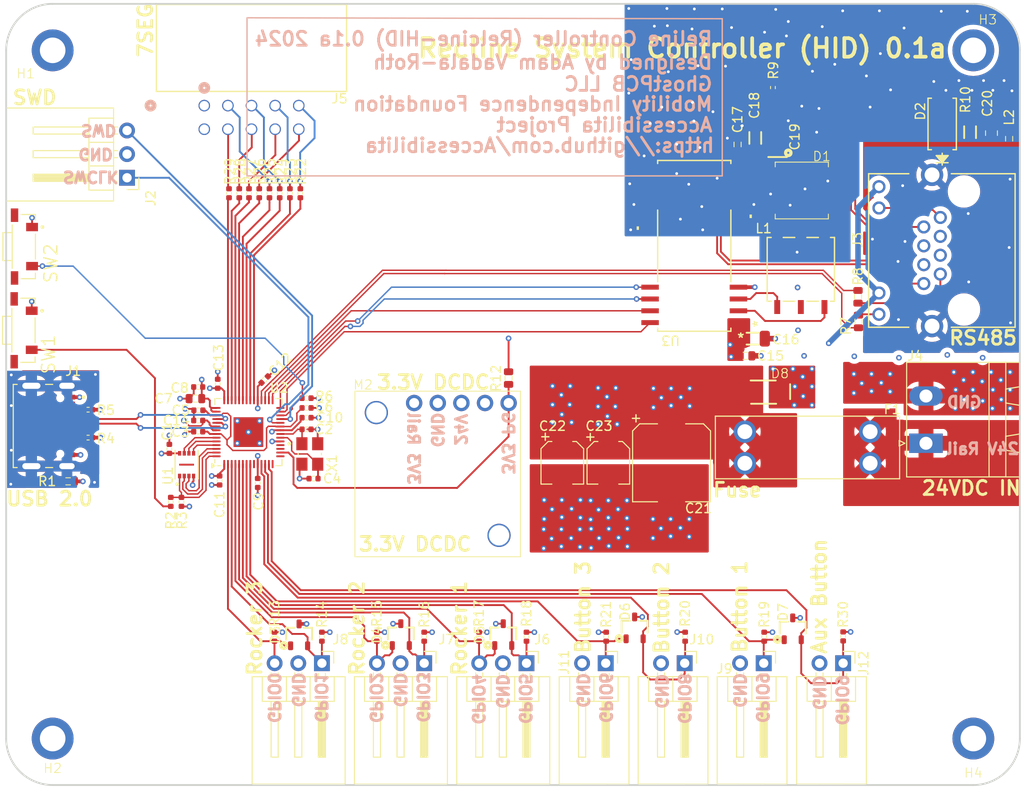
<source format=kicad_pcb>
(kicad_pcb (version 20240108) (generator "pcbnew") (generator_version "8.0")
  (layers (0 "F.Cu" signal) (1 "In1.Cu" signal) (2 "In2.Cu" signal) (31 "B.Cu" signal) (34 "B.Paste" user) (35 "F.Paste" user) (36 "B.SilkS" user "B.Silkscreen") (37 "F.SilkS" user "F.Silkscreen") (38 "B.Mask" user) (39 "F.Mask" user) (44 "Edge.Cuts" user))
  (net 0 "")
  (net 1 "GND")
  (net 2 "+3.3V")
  (net 3 "Net-(U2-XOUT)")
  (net 4 "+1V1")
  (net 5 "Net-(U2-XIN)")
  (net 6 "+5V")
  (net 7 "Earth")
  (net 8 "/RS485 Transceiver/RJ45_SHIELD")
  (net 9 "+24V")
  (net 10 "Net-(D1-Pad2)")
  (net 11 "Net-(D1-Pad1)")
  (net 12 "Net-(J1-CC1)")
  (net 13 "Net-(J1-SHIELD-PadS1)")
  (net 14 "VBUS")
  (net 15 "Net-(J1-CC2)")
  (net 16 "Net-(U2-USB_DP)")
  (net 17 "Net-(U2-USB_DM)")
  (net 20 "/RS485 Transceiver/A_RS485")
  (net 22 "Net-(J3-Pad10)")
  (net 23 "/RS485 Transceiver/Z_RS485")
  (net 24 "Net-(J3-Pad12)")
  (net 25 "/RS485 Transceiver/B_RS485")
  (net 26 "/RS485 Transceiver/Y_RS485")
  (net 27 "Net-(J5-Pad8)")
  (net 28 "Net-(J5-Pad9)")
  (net 29 "Net-(J5-Pad7)")
  (net 30 "Net-(J5-Pad4)")
  (net 31 "Net-(J5-Pad10)")
  (net 32 "Net-(J5-Pad3)")
  (net 33 "/Controls and Switches/ROCKER1_B")
  (net 34 "/Controls and Switches/ROCKER1_A")
  (net 35 "/Controls and Switches/ROCKER2_A")
  (net 36 "/Controls and Switches/ROCKER2_B")
  (net 37 "/Controls and Switches/ROCKER3_B")
  (net 38 "/Controls and Switches/ROCKER3_A")
  (net 39 "/Controls and Switches/BUTTON1")
  (net 40 "/Controls and Switches/BUTTON2")
  (net 41 "/Controls and Switches/BUTTON3")
  (net 42 "Net-(U3-ST1)")
  (net 45 "Net-(U3-ST2)")
  (net 47 "/Power/3.3V_PG")
  (net 48 "/RP2040/QSPI_SS")
  (net 49 "Net-(R2-Pad1)")
  (net 50 "Net-(U2-RUN)")
  (net 51 "/RP2040/RS485_RX_LED")
  (net 52 "/RP2040/RS485_TX_LED")
  (net 53 "/7 Segment Display/7SEG0")
  (net 54 "/7 Segment Display/7SEG1")
  (net 55 "/7 Segment Display/7SEG2")
  (net 56 "/7 Segment Display/7SEG3")
  (net 57 "/7 Segment Display/7SEG4")
  (net 58 "/7 Segment Display/7SEG5")
  (net 59 "/7 Segment Display/7SEG6")
  (net 60 "/7 Segment Display/7SEG7")
  (net 61 "/RP2040/QSPI_SCLK")
  (net 62 "/RP2040/QSPI_SD1")
  (net 63 "/RP2040/QSPI_SD3")
  (net 64 "/RP2040/QSPI_SD0")
  (net 65 "/RP2040/QSPI_SD2")
  (net 66 "/Controls and Switches/AUXBUTTON")
  (net 70 "/RP2040/SWCLK")
  (net 71 "/RP2040/SWD")
  (net 72 "/RP2040/RS485_TXD")
  (net 73 "/RP2040/RS485_TX_EN")
  (net 74 "/RP2040/RS485_RX_EN")
  (net 76 "/RP2040/RS485_RXD")
  (net 77 "Net-(J5-Pad5)")
  (net 78 "Net-(J5-Pad6)")
  (net 80 "Net-(F1-Pad2)")
  (footprint "AVR-KiCAD-Lib-Resistors:R0402" (layer "F.Cu") (at 127.8 96.4 -135)
    (property "Reference" "C12")
    (property "Value" "C0402C104K9PACTU" (hide yes))
  )
  (footprint "AVR-KiCAD-Lib-Resistors:R0402" (layer "F.Cu") (at 129.4134 76.36395 90)
    (property "Reference" "R24")
    (property "Value" "RC0402FR-07220RL" (hide yes))
  )
  (footprint "AVR-KiCAD-Lib-Holes_Fasteners:RPI_HAT_HOLE" (layer "F.Cu") (at 105 135)
    (property "Reference" "H2")
    (property "Value" "MountingHole_Pad" (hide yes))
  )
  (footprint "AVR-KiCAD-Lib-Diodes:SMAJ30CA" (layer "F.Cu") (at 200.65 68.9142 90)
    (property "Reference" "D2")
    (property "Value" "SMAJ30CA" (hide yes))
  )
  (footprint "AVR-KiCAD-Lib-Holes_Fasteners:RPI_HAT_HOLE" (layer "F.Cu") (at 204 61)
    (property "Reference" "H3")
    (property "Value" "MountingHole_Pad" (hide yes))
  )
  (footprint "AVR-KiCAD-Lib-Capacitors:C0402" (layer "F.Cu") (at 133.05 107.05)
    (property "Reference" "C4")
    (property "Value" "GCM1555C1H180GA16D" (hide yes))
  )
  (footprint "AVR-KiCAD-Lib-Connectors:PhoenixContact_MSTBA-G_02x5.08mm_Angled" (layer "F.Cu") (at 198.9075 103.25 90)
    (property "Reference" "J4")
    (property "Value" "1757242" (hide yes))
  )
  (footprint "AVR-KiCAD-Lib-Resistors:R0402" (layer "F.Cu") (at 126.1134 76.36395 90)
    (property "Reference" "R27")
    (property "Value" "RC0402FR-07220RL" (hide yes))
  )
  (footprint "AVR-KiCAD-Lib-Capacitors:CP_Elec_8x10" (layer "F.Cu") (at 171.55 105.35 -90)
    (property "Reference" "C21")
    (property "Value" "UUQ1H470MCL1GS" (hide yes))
  )
  (footprint "AVR-KiCAD-Lib-Connectors:Pin_Header_Angled_1x02_Pitch2.54mm" (layer "F.Cu") (at 164.47 126.9 -90)
    (property "Reference" "J11")
    (property "Value" "0705550036" (hide yes))
  )
  (footprint "AVR-KiCAD-Lib-Capacitors:C1206" (layer "F.Cu") (at 180.55 70.42 -90)
    (property "Reference" "C18")
    (property "Value" "CGA5L3X5R1V106K160AB" (hide yes))
  )
  (footprint "AVR-KiCAD-Lib-Fuse-Holders:FUSE_3557-2" (layer "F.Cu") (at 186.165 103.7)
    (property "Reference" "F1")
    (property "Value" "3557-2" (hide yes))
  )
  (footprint "AVR-KiCAD-Lib-Diodes:SOT-23" (layer "F.Cu") (at 142.435 123.825 90)
    (property "Reference" "D4")
    (property "Value" "PESD3V3L2BT,215" (hide yes))
  )
  (footprint "Package_DFN_QFN:QFN-56-1EP_7x7mm_P0.4mm_EP3.2x3.2mm" (layer "F.Cu") (at 126.05 102.05 90)
    (property "Reference" "U2")
    (property "Value" "RP2040" (hide yes))
  )
  (footprint "AVR-KiCAD-Lib-Resistors:R0402" (layer "F.Cu") (at 125.0634 76.36395 90)
    (property "Reference" "R28")
    (property "Value" "RC0402FR-07220RL" (hide yes))
  )
  (footprint "AVR-KiCAD-Lib-Resistors:R0402" (layer "F.Cu") (at 108.8125 99.64075)
    (property "Reference" "R5")
    (property "Value" "RC0402FR-075K1L" (hide yes))
  )
  (footprint "AVR-KiCAD-Lib-Mech-Switches:SW_TL3330AF260QG" (layer "F.Cu") (at 101.9 82.1 -90)
    (property "Reference" "SW2")
    (property "Value" "TL3330AF260QG" (hide yes))
  )
  (footprint "AVR-KiCAD-Lib-Diodes:SOT-23" (layer "F.Cu") (at 167.578 123.1 90)
    (property "Reference" "D6")
    (property "Value" "PESD3V3L2BT,215" (hide yes))
  )
  (footprint "AVR-KiCAD-Lib-Diodes:SMAJ" (layer "F.Cu") (at 181.4 97.7 180)
    (property "Reference" "D8")
    (property "Value" "SMAJ24A" (hide yes))
  )
  (footprint "AVR-KiCAD-Lib-Resistors:R0603" (layer "F.Cu") (at 106.6625 107.34075)
    (property "Reference" "R1")
    (property "Value" "RT0603BRD071ML" (hide yes))
  )
  (footprint "AVR-KiCAD-Lib-Resistors:R0402" (layer "F.Cu") (at 128.85 124.05 90)
    (property "Reference" "R13")
    (property "Value" "RC0402FR-071KL" (hide yes))
  )
  (footprint "AVR-KiCAD-Lib-Resistors:R0402" (layer "F.Cu") (at 120.65 100.8)
    (property "Reference" "C14")
    (property "Value" "C0402C104K9PACTU" (hide yes))
  )
  (footprint "AVR-KiCAD-Lib-Connectors:Pin_Header_Angled_1x02_Pitch2.54mm" (layer "F.Cu") (at 172.96 126.9 -90)
    (property "Reference" "J10")
    (property "Value" "0705550036" (hide yes))
  )
  (footprint "AVR-KiCAD-Lib-Resistors:R0402" (layer "F.Cu") (at 150.85 124.05 90)
    (property "Reference" "R17")
    (property "Value" "RC0402FR-071KL" (hide yes))
  )
  (footprint "AVR-KiCAD-Lib-Transformers:SO6_Q4470-CL_C-SIZE_COC" (layer "F.Cu") (at 185.45 84.5487 90)
    (property "Reference" "L1")
    (property "Value" "Q4470-CL" (hide yes))
  )
  (footprint "AVR-KiCAD-Lib-Capacitors:CP_Elec_4x5.3" (layer "F.Cu") (at 164.75 105.35 -90)
    (property "Reference" "C23")
    (property "Value" "UUQ1H010MCL1GB" (hide yes))
  )
  (footprint "AVR-KiCAD-Lib-ICs:21-0145_W28M&plus_9_MXM" (layer "F.Cu") (at 173.99 82.02 180)
    (property "Reference" "U3")
    (property "Value" "MAX3535ECWI+T" (hide yes))
  )
  (footprint "AVR-KiCAD-Lib-Capacitors:C0603" (layer "F.Cu") (at 179.5 93.85 180)
    (property "Reference" "C15")
    (property "Value" "CL10B104JB8NNNC" (hide yes))
  )
  (footprint "AVR-KiCAD-Lib-Resistors:R0402" (layer "F.Cu") (at 144.95 124.05 90)
    (property "Reference" "R16")
    (property "Value" "RC0402FR-071KL" (hide yes))
  )
  (footprint "AVR-KiCAD-Lib-Resistors:R0402" (layer "F.Cu") (at 131.6334 76.36395 90)
    (property "Reference" "R22")
    (property "Value" "RC0402FR-07220RL" (hide yes))
  )
  (footprint "AVR-KiCAD-Lib-Capacitors:C1206" (layer "F.Cu") (at 180.25 92 180)
    (property "Reference" "C16")
    (property "Value" "CGA5L3X5R1V106K160AB" (hide yes))
  )
  (footprint "AVR-KiCAD-Lib-Connectors:CONN10_D05-RA-BK_SUL" (layer "F.Cu") (at 121.3034 66.94095)
    (property "Reference" "J5")
    (property "Value" "SBH11-PBPC-D05-RA-BK")
  )
  (footprint "AVR-KiCAD-Lib-Resistors:R0402" (layer "F.Cu") (at 133.95 124.05 90)
    (property "Reference" "R14")
    (property "Value" "RC0402FR-071KL" (hide yes))
  )
  (footprint "AVR-KiCAD-Lib-Resistors:R0402" (layer "F.Cu") (at 132.3 100.5 180)
    (property "Reference" "C10")
    (property "Value" "C0402C104K9PACTU" (hide yes))
  )
  (footprint "AVR-KiCAD-Lib-Resistors:R0402" (layer "F.Cu") (at 120.667 99.7)
    (property "Reference" "C5")
    (property "Value" "C0402C104K9PACTU" (hide yes))
  )
  (footprint "AVR-KiCAD-Lib-Capacitors:C0805" (layer "F.Cu") (at 205.95 69.9 90)
    (property "Reference" "C20")
    (property "Value" "C0805C103KCRACAUTO" (hide yes))
  )
  (footprint "AVR-KiCAD-Lib-Diodes:SOT-23" (layer "F.Cu") (at 184.578 123.2 90)
    (property "Reference" "D7")
    (property "Value" "PESD3V3L2BT,215" (hide yes))
  )
  (footprint "AVR-KiCAD-Lib-Resistors:R0402" (layer "F.Cu") (at 117.7 109.55 90)
    (property "Reference" "R2")
    (property "Value" "RC0402FR-071KL" (hide yes))
  )
  (footprint "AVR-KiCAD-Lib-Resistors:R0402" (layer "F.Cu") (at 182.45 65 -90)
    (property "Reference" "R9")
    (property "Value" "AC0402FR-07120RL" (hide yes))
  )
  (footprint "AVR-KiCAD-Lib-Connectors:JAE_DX07S016JA1R1500" (layer "F.Cu") (at 105.8125 101.39075 -90)
    (property "Reference" "J1")
    (property "Value" "DX07S016JA1R1500" (hide yes))
  )
  (footprint "AVR-KiCAD-Lib-Connectors:Pin_Header_Angled_1x03_Pitch2.54mm" (layer "F.Cu") (at 133.95 126.9 -90)
    (property "Reference" "J8")
    (property "Value" "0705530002" (hide yes))
  )
  (footprint "AVR-KiCAD-Lib-Mech-Switches:SW_TL3330AF260QG" (layer "F.Cu") (at 101.8625 91.1 -90)
    (property "Reference" "SW1")
    (property "Value" "TL3330AF260QG" (hide yes))
  )
  (footprint "AVR-KiCAD-Lib-Diodes:LMB110S-TP" (layer "F.Cu") (at 185.49 76.0687 -90)
    (property "Reference" "D1")
    (property "Value" "LMB110S-TP" (hide yes))
  )
  (footprint "AVR-KiCAD-Lib-Diodes:D_SOD-123" (layer "F.Cu") (at 182.95 70.22 90)
    (property "Reference" "C19")
    (property "Value" "C1206C105K3RACAUTO" (hide yes))
  )
  (footprint "AVR-KiCAD-Lib-Connectors:Pin_Header_Angled_1x03_Pitch2.54mm" (layer "F.Cu") (at 113 74.7 180)
    (property "Reference" "J2")
    (property "Value" "Conn_01x03" (hide yes))
  )
  (footprint "AVR-KiCAD-Lib-Capacitors:C0603" (layer "F.Cu") (at 178.65 71.12 -90)
    (property "Reference" "C17")
    (property "Value" "CL10B104JB8NNNC" (hide yes))
  )
  (footprint "AVR-KiCAD-Lib-Resistors:R0402" (layer "F.Cu") (at 132.3 98.4 180)
    (property "Reference" "R6")
    (property "Value" "RC0402FR-0710KL" (hide yes))
  )
  (footprint "AVR-KiCAD-Lib-Capacitors:CP_Elec_4x5.3" (layer "F.Cu") (at 159.8 105.35 -90)
    (property "Reference" "C22")
    (property "Value" "UUQ1H100MCL1GB" (hide yes))
  )
  (footprint "AVR-KiCAD-Lib-Resistors:R0603" (layer "F.Cu") (at 191.65 90.15 -90)
    (property "Reference" "R7")
    (property "Value" "RC0603FR-07470RL" (hide yes))
  )
  (footprint "AVR-KiCAD-Lib-Resistors:R0603" (layer "F.Cu") (at 191.6 87.5 90)
    (property "Reference" "R8")
    (property "Value" "RC0603FR-07470RL" (hide yes))
  )
  (footprint "AVR-KiCAD-Lib-Resistors:R0402" (layer "F.Cu") (at 128.3134 76.36395 90)
    (property "Reference" "R25")
    (property "Value" "RC0402FR-07220RL" (hide yes))
  )
  (footprint "AVR-KiCAD-Lib-Resistors:R0402" (layer "F.Cu") (at 132.3 99.45 180)
    (property "Reference" "C6")
    (property "Value" "C0402C104K9PACTU" (hide yes))
  )
  (footprint "AVR-KiCAD-Lib-Holes_Fasteners:RPI_HAT_HOLE" (layer "F.Cu") (at 105 61)
    (property "Reference" "H1")
    (property "Value" "MountingHole_Pad" (hide yes))
  )
  (footprint "AVR-KiCAD-Lib-Resistors:R1206" (layer "F.Cu") (at 203.65 69.8 -90)
    (property "Reference" "R10")
    (property "Value" "RC1206FR-071ML" (hide yes))
  )
  (footprint "AVR-KiCAD-Lib-Resistors:R0402" (layer "F.Cu") (at 181.51 124.05 90)
    (property "Reference" "R19")
    (property "Value" "RC0402FR-071KL" (hide yes))
  )
  (footprint "AVR-KiCAD-Lib-Holes_Fasteners:RPI_HAT_HOLE" (layer "F.Cu") (at 204 135)
    (property "Reference" "H4")
    (property "Value" "MountingHole_Pad" (hide yes))
  )
  (footprint "AVR-KiCAD-Lib-Resistors:R0402" (layer "F.Cu") (at 139.85 124.05 90)
    (property "Reference" "R15")
    (property "Value" "RC0402FR-071KL" (hide yes))
  )
  (footprint "AVR-KiCAD-Lib-Resistors:R0402" (layer "F.Cu") (at 108.8125 102.64075)
    (property "Reference" "R4")
    (property "Value" "RC0402FR-075K1L" (hide yes))
  )
  (footprint "AVR-KiCAD-Lib-Connectors:AMPHENOL_RJHSE-5381" (layer "F.Cu") (at 202.99 82.52 90)
    (property "Reference" "J3")
    (property "Value" "RJHSE-5381" (hide yes))
  )
  (footprint "AVR-KiCAD-Lib-Modules:D24V22F12" (layer "F.Cu") (at 154.03 98.92 180)
    (property "Reference" "M2")
    (property "Value" "D24V22F3" (hide yes))
  )
  (footprint "AVR-KiCAD-Lib-Connectors:Pin_Header_Angled_1x02_Pitch2.54mm" (layer "F.Cu") (at 190 126.9 -90)
    (property "Reference" "J12")
    (property "Value" "0705550036" (hide yes))
  )
  (footprint "AVR-KiCAD-Lib-Resistors:R0402" (layer "F.Cu") (at 173.01 124.05 90)
    (property "Reference" "R20")
    (property "Value" "RC0402FR-071KL" (hide yes))
  )
  (footprint "AVR-KiCAD-Lib-Resistors:R0402" (layer "F.Cu") (at 127.2134 76.36395 90)
    (property "Reference" "R26")
    (property "Value" "RC0402FR-07220RL" (hide yes))
  )
  (footprint "AVR-KiCAD-Lib-Oscillators:XTAL_ABM8G-12.000MHZ-18-D2Y-T" (layer "F.Cu") (at 132.65 104.4)
    (property "Reference" "X1")
    (property "Value" "ABM8G-12.000MHZ-18-D2Y-T" (hide yes))
  )
  (footprint "AVR-KiCAD-Lib-Resistors:R0402" (layer "F.Cu") (at 117.55 103.85 -90)
    (property "Reference" "C1")
    (property "Value" "C0402C104K9PACTU" (hide yes))
  )
  (footprint "AVR-KiCAD-Lib-Resistors:R0402" (layer "F.Cu") (at 190 124.017 90)
    (property "Reference" "R30")
    (property "Value" "RC0402FR-071KL" (hide yes))
  )
  (footprint "AVR-KiCAD-Lib-ICs:PSON50P300X200X60-9N" (layer "F.Cu") (at 119.4 105.55 90)
    (property "Reference" "U1")
    (property "Value" "TEMPLATE" (hide yes))
  )
  (footprint "AVR-KiCAD-Lib-Resistors:R0402" (layer "F.Cu") (at 120.65 97.2)
    (property "Reference" "C8")
    (property "Value" "C0402C104K9PACTU" (hide yes))
  )
  (footprint "AVR-KiCAD-Lib-Resistors:R0402" (layer "F.Cu") (at 122.75 96.85 -90)
    (property "Reference" "C13")
    (property "Value" "C0402C104K9PACTU" (hide yes))
  )
  (footprint "AVR-KiCAD-Lib-Connectors:Pin_Header_Angled_1x03_Pitch2.54mm" (layer "F.Cu") (at 144.95 126.9 -90)
    (property "Reference" "J7")
    (property "Value" "0705530002" (hide yes))
  )
  (footprint "AVR-KiCAD-Lib-Connectors:Pin_Header_Angled_1x03_Pitch2.54mm" (layer "F.Cu") (at 155.95 126.9 -90)
    (property "Reference" "J6")
    (property "Value" "0705530002" (hide yes))
  )
  (footprint "AVR-KiCAD-Lib-Capacitors:C0402" (layer "F.Cu") (at 132.3 101.75 180)
    (property "Reference" "C2")
    (property "Value" "GCM1555C1H180GA16D" (hide yes))
  )
  (footprint "AVR-KiCAD-Lib-Resistors:R0402" (layer "F.Cu") (at 123.9634 76.36395 90)
    (property "Reference" "R29")
    (property "Value" "RC0402FR-07220RL" (hide yes))
  )
  (footprint "AVR-KiCAD-Lib-Resistors:R0402" (layer "F.Cu") (at 118.85 109.55 -90)
    (property "Reference" "R3")
    (property "Value" "RC0402FR-0710KL" (hide yes))
  )
  (footprint "AVR-KiCAD-Lib-Inductors:MI0603K300R-10" (layer "F.Cu") (at 207.85 70.5 90)
    (property "Reference" "L2")
    (property "Value" "MI0603K300R-10" (hide yes))
  )
  (footprint "AVR-KiCAD-Lib-Resistors:R0402" (layer "F.Cu") (at 130.5134 76.36395 90)
    (property "Reference" "R23")
    (property "Value" "RC0402FR-07220RL" (hide yes))
  )
  (footprint "AVR-KiCAD-Lib-Resistors:R0402" (layer "F.Cu") (at 127.05 107.517 90)
    (property "Reference" "C9")
    (property "Value" "C0402C104K9PACTU" (hide yes))
  )
  (footprint "AVR-KiCAD-Lib-Capacitors:C0603" (layer "F.Cu") (at 120.35 98.45)
    (property "Reference" "C7")
    (property "Value" "CC0603KRX5R7BB105" (hide yes))
  )
  (footprint "AVR-KiCAD-Lib-Resistors:R0402" (layer "F.Cu") (at 122.95 107.25 90)
    (property "Reference" "C11")
    (property "Value" "C0402C104K9PACTU" (hide yes))
  )
  (footprint "AVR-KiCAD-Lib-Resistors:R0402" (layer "F.Cu") (at 155.95 124.05 90)
    (property "Reference" "R18")
    (property "Value" "RC0402FR-071KL" (hide yes))
  )
  (footprint "AVR-KiCAD-Lib-Connectors:Pin_Header_Angled_1x02_Pitch2.54mm" (layer "F.Cu") (at 181.46 126.9 -90)
    (property "Reference" "J9")
    (property "Value" "0705550036" (hide yes))
  )
  (footprint "AVR-KiCAD-Lib-Resistors:R0402" (layer "F.Cu") (at 120.65 102)
    (property "Reference" "C3")
    (property "Value" "C0402C104K9PACTU" (hide yes))
  )
  (footprint "AVR-KiCAD-Lib-Resistors:R0603" (layer "F.Cu") (at 154.024 96.24 90)
    (property "Reference" "R12")
    (property "Value" "RC0603FR-072K2L" (hide yes))
  )
  (footprint "AVR-KiCAD-Lib-Resistors:R0402" (layer "F.Cu") (at 164.52 124.05 90)
    (property "Reference" "R21")
    (property "Value" "RC0402FR-071KL" (hide yes))
  )
  (footprint "AVR-KiCAD-Lib-Diodes:SOT-23" (layer "F.Cu") (at 153.45 123.825 90)
    (property "Reference" "D5")
    (property "Value" "PESD3V3L2BT,215" (hide yes))
  )
  (footprint "AVR-KiCAD-Lib-Diodes:SOT-23" (layer "F.Cu") (at 131.5 123.85 90)
    (property "Reference" "D3")
    (property "Value" "PESD3V3L2BT,215" (hide yes))
  )
  (gr_line (start 177 57.6) (end 125.9 57.5) (stroke (width 0.15)) (layer "B.SilkS"))
  (gr_line (start 125.9 57.55) (end 125.9 74.5) (stroke (width 0.15)) (layer "B.SilkS"))
  (gr_line (start 125.9 74.5) (end 177 74.5) (stroke (width 0.15)) (layer "B.SilkS"))
  (gr_line (start 177 74.5) (end 177 57.6) (stroke (width 0.15)) (layer "B.SilkS"))
  (gr_line (start 105 140) (end 204 140) (stroke (width 0.2)) (layer "Edge.Cuts"))
  (gr_line (start 100 135) (end 100 61) (stroke (width 0.2)) (layer "Edge.Cuts"))
  (gr_arc (start 209 135) (mid 207.535534 138.535534) (end 204 140) (stroke (width 0.2)) (layer "Edge.Cuts"))
  (gr_arc (start 105 140) (mid 101.464466 138.535534) (end 100 135) (stroke (width 0.2)) (layer "Edge.Cuts"))
  (gr_line (start 209 135) (end 209 61) (stroke (width 0.2)) (layer "Edge.Cuts"))
  (gr_line (start 105 56) (end 204 56) (stroke (width 0.2)) (layer "Edge.Cuts"))
  (gr_arc (start 204 56) (mid 207.535534 57.464466) (end 209 61) (stroke (width 0.2)) (layer "Edge.Cuts"))
  (gr_arc (start 100 61) (mid 101.464466 57.464466) (end 105 56) (stroke (width 0.2)) (layer "Edge.Cuts"))
  (gr_text "GPIO2\n" (at 139.05 133.5 270) (layer "B.SilkS") (effects (font (size 1.2 1.2) (thickness 0.3) (bold yes)) (justify left bottom mirror)))
  (gr_text "GPIO0\n" (at 128.1 133.5 270) (layer "B.SilkS") (effects (font (size 1.2 1.2) (thickness 0.3) (bold yes)) (justify left bottom mirror)))
  (gr_text "GND" (at 169.75 131.95 270) (layer "B.SilkS") (effects (font (size 1.2 1.2) (thickness 0.3) (bold yes)) (justify left bottom mirror)))
  (gr_text "GND" (at 145.65 103.85 270) (layer "B.SilkS") (effects (font (size 1.2 1.2) (thickness 0.3) (bold yes)) (justify left bottom mirror)))
  (gr_text "GPIO5" (at 155.1 133.6 270) (layer "B.SilkS") (effects (font (size 1.2 1.2) (thickness 0.3) (bold yes)) (justify left bottom mirror)))
  (gr_text "GND" (at 186.7 132.1 270) (layer "B.SilkS") (effects (font (size 1.2 1.2) (thickness 0.3) (bold yes)) (justify left bottom mirror)))
  (gr_text "https://github.com/Accessibilita" (at 176.3 72.1 0) (layer "B.SilkS") (effects (font (size 1.5 1.5) (thickness 0.3) (bold yes)) (justify left bottom mirror)))
  (gr_text "Mobility Independence Foundation " (at 176.1 67.65 0) (layer "B.SilkS") (effects (font (size 1.5 1.5) (thickness 0.3) (bold yes)) (justify left bottom mirror)))
  (gr_text "SWCLK" (at 105.95 73.9 180) (layer "B.SilkS") (effects (font (size 1.2 1.2) (thickness 0.3) (bold yes)) (justify left bottom mirror)))
  (gr_text "GPIO1\n" (at 133.15 133.45 270) (layer "B.SilkS") (effects (font (size 1.2 1.2) (thickness 0.3) (bold yes)) (justify left bottom mirror)))
  (gr_text "GND" (at 161.3 131.85 270) (layer "B.SilkS") (effects (font (size 1.2 1.2) (thickness 0.3) (bold yes)) (justify left bottom mirror)))
  (gr_text "Designed by Adam Vadala-Roth" (at 176.1 63.15 0) (layer "B.SilkS") (effects (font (size 1.5 1.5) (thickness 0.3) (bold yes)) (justify left bottom mirror)))
  (gr_text "3V3 PG" (at 153.25 106.75 270) (layer "B.SilkS") (effects (font (size 1.2 1.2) (thickness 0.3) (bold yes)) (justify left bottom mirror)))
  (gr_text "GPIO4\n" (at 150.05 133.65 270) (layer "B.SilkS") (effects (font (size 1.2 1.2) (thickness 0.3) (bold yes)) (justify left bottom mirror)))
  (gr_text "GPIO9" (at 180.6 133.5 270) (layer "B.SilkS") (effects (font (size 1.2 1.2) (thickness 0.3) (bold yes)) (justify left bottom mirror)))
  (gr_text "3V3 Rail" (at 143.1 107.85 270) (layer "B.SilkS") (effects (font (size 1.2 1.2) (thickness 0.3) (bold yes)) (justify left bottom mirror)))
  (gr_text "GND" (at 141.65 131.8 270) (layer "B.SilkS") (effects (font (size 1.2 1.2) (thickness 0.3) (bold yes)) (justify left bottom mirror)))
  (gr_text "GPIO8" (at 172.2 133.6 270) (layer "B.SilkS") (effects (font (size 1.2 1.2) (thickness 0.3) (bold yes)) (justify left bottom mirror)))
  (gr_text "GND" (at 152.65 131.95 270) (layer "B.SilkS") (effects (font (size 1.2 1.2) (thickness 0.3) (bold yes)) (justify left bottom mirror)))
  (gr_text "24V" (at 148.15 103.65 270) (layer "B.SilkS") (effects (font (size 1.2 1.2) (thickness 0.3) (bold yes)) (justify left bottom mirror)))
  (gr_text "GND" (at 130.7 131.8 270) (layer "B.SilkS") (effects (font (size 1.2 1.2) (thickness 0.3) (bold yes)) (justify left bottom mirror)))
  (gr_text "GND" (at 107.6 71.45 180) (layer "B.SilkS") (effects (font (size 1.2 1.2) (thickness 0.3) (bold yes)) (justify left bottom mirror)))
  (gr_text "24V Rail" (at 209.05 104.55 0) (layer "B.SilkS") (effects (font (size 1.2 1.2) (thickness 0.3) (bold yes)) (justify left bottom mirror)))
  (gr_text "GND" (at 178.15 131.85 270) (layer "B.SilkS") (effects (font (size 1.2 1.2) (thickness 0.3) (bold yes)) (justify left bottom mirror)))
  (gr_text "Accessibilita Project" (at 176.1 69.9 0) (layer "B.SilkS") (effects (font (size 1.5 1.5) (thickness 0.3) (bold yes)) (justify left bottom mirror)))
  (gr_text "Reline Controller (Relcine-HID) 0.1a 2024" (at 176.1 60.65 0) (layer "B.SilkS") (effects (font (size 1.5 1.5) (thickness 0.3) (bold yes)) (justify left bottom mirror)))
  (gr_text "GPIO6" (at 163.75 133.5 270) (layer "B.SilkS") (effects (font (size 1.2 1.2) (thickness 0.3) (bold yes)) (justify left bottom mirror)))
  (gr_text "SWD" (at 107.9 68.9 180) (layer "B.SilkS") (effects (font (size 1.2 1.2) (thickness 0.3) (bold yes)) (justify left bottom mirror)))
  (gr_text "GPIO9" (at 189.15 133.75 270) (layer "B.SilkS") (effects (font (size 1.2 1.2) (thickness 0.3) (bold yes)) (justify left bottom mirror)))
  (gr_text "GPIO3" (at 144.1 133.45 270) (layer "B.SilkS") (effects (font (size 1.2 1.2) (thickness 0.3) (bold yes)) (justify left bottom mirror)))
  (gr_text "GND" (at 205.05 99.55 0) (layer "B.SilkS") (effects (font (size 1.2 1.2) (thickness 0.3) (bold yes)) (justify left bottom mirror)))
  (gr_text "GhostPCB LLC" (at 176.1 65.5 0) (layer "B.SilkS") (effects (font (size 1.5 1.5) (thickness 0.3) (bold yes)) (justify left bottom mirror)))
  (gr_text "Recline System Controller (HID) 0.1a" (at 144.05 61.95 0) (layer "F.SilkS") (effects (font (size 2 2) (thickness 0.4) (bold yes)) (justify left bottom)))
  (gr_text "Button 1" (at 179.75 125.95 90) (layer "F.SilkS") (effects (font (size 1.5 1.5) (thickness 0.3) (bold yes)) (justify left bottom)))
  (gr_text "Rocker 3" (at 127.6 128.4 90) (layer "F.SilkS") (effects (font (size 1.5 1.5) (thickness 0.3) (bold yes)) (justify left bottom)))
  (gr_text "USB 2.0" (at 99.85 110.1 0) (layer "F.SilkS") (effects (font (size 1.5 1.5) (thickness 0.3) (bold yes)) (justify left bottom)))
  (gr_text "Rocker 2" (at 138.6 128.4 90) (layer "F.SilkS") (effects (font (size 1.5 1.5) (thickness 0.3) (bold yes)) (justify left bottom)))
  (gr_text "SWD" (at 100.55 66.95 0) (layer "F.SilkS") (effects (font (size 1.5 1.5) (thickness 0.3) (bold yes)) (justify left bottom)))
  (gr_text "Fuse" (at 175.85 109.15 0) (layer "F.SilkS") (effects (font (size 1.5 1.5) (thickness 0.3) (bold yes)) (justify left bottom)))
  (gr_text "24VDC IN" (at 198.3 108.95 0) (layer "F.SilkS") (effects (font (size 1.5 1.5) (thickness 0.3) (bold yes)) (justify left bottom)))
  (gr_text "Button 2" (at 171.35 126.05 90) (layer "F.SilkS") (effects (font (size 1.5 1.5) (thickness 0.3) (bold yes)) (justify left bottom)))
  (gr_text "7SEG" (at 115.85 61.9 90) (layer "F.SilkS") (effects (font (size 1.5 1.5) (thickness 0.3) (bold yes)) (justify left bottom)))
  (gr_text "Rocker 1" (at 149.6 128.4 90) (layer "F.SilkS") (effects (font (size 1.5 1.5) (thickness 0.3) (bold yes)) (justify left bottom)))
  (gr_text "Button 3" (at 162.9 126 90) (layer "F.SilkS") (effects (font (size 1.5 1.5) (thickness 0.3) (bold yes)) (justify left bottom)))
  (gr_text "RS485" (at 201.24 92.8 0) (layer "F.SilkS") (effects (font (size 1.5 1.5) (thickness 0.3) (bold yes)) (justify left bottom)))
  (gr_text "Aux Button" (at 188.3 126.05 90) (layer "F.SilkS") (effects (font (size 1.5 1.5) (thickness 0.3) (bold yes)) (justify left bottom)))
  (gr_text "3.3V DCDC\n" (at 139.724 97.57 0) (layer "F.SilkS") (effects (font (size 1.5 1.5) (thickness 0.3) (bold yes)) (justify left bottom)))
  (gr_text "3.3V DCDC\n" (at 137.774 114.97 0) (layer "F.SilkS") (effects (font (size 1.5 1.5) (thickness 0.3) (bold yes)) (justify left bottom)))
  (segment (start 120.05 107.75) (end 120.05 107.4) (width 0.2) (layer "F.Cu") (net 1))
  (segment (start 133.65 99.45) (end 132.783 99.45) (width 0.2) (layer "F.Cu") (net 1))
  (segment (start 182.7 92) (end 181.575 92) (width 0.6) (layer "F.Cu") (net 1))
  (segment (start 108 104.5) (end 106.92175 104.5) (width 0.4) (layer "F.Cu") (net 1))
  (segment (start 119.2 102.35) (end 119.55 102) (width 0.2) (layer "F.Cu") (net 1))
  (segment (start 117.55 102.4) (end 117.55 102.35) (width 0.2) (layer "F.Cu") (net 1))
  (segment (start 152.65 122.65) (end 153.45 122.65) (width 0.2) (layer "F.Cu") (net 1))
  (segment (start 120.184 99.7) (end 120.184 100.783) (width 0.2) (layer "F.Cu") (net 1))
  (segment (start 185.378 122.025) (end 184.578 122.025) (width 0.2) (layer "F.Cu") (net 1))
  (segment (start 118.7 98.45) (end 119.67 98.45) (width 0.2) (layer "F.Cu") (net 1))
  (segment (start 122.1 107.733) (end 122.95 107.733) (width 0.2) (layer "F.Cu") (net 1))
  (segment (start 128.191533 96.058467) (end 128.85 95.4) (width 0.2) (layer "F.Cu") (net 1))
  (segment (start 120.184 100.783) (end 120.167 100.8) (width 0.2) (layer "F.Cu") (net 1))
  (segment (start 119.55 102) (end 120.167 102) (width 0.2) (layer "F.Cu") (net 1))
  (segment (start 181.15 93.85) (end 180.18 93.85) (width 0.6) (layer "F.Cu") (net 1))
  (segment (start 106.92175 104.5) (end 106.9125 104.49075) (width 0.2) (layer "F.Cu") (net 1))
  (segment (start 168.4 121.925) (end 167.578 121.925) (width 0.2) (layer "F.Cu") (net 1))
  (segment (start 133.6 100.5) (end 132.783 100.5) (width 0.2) (layer "F.Cu") (net 1))
  (segment (start 119.25 99.55) (end 120.034 99.55) (width 0.2) (layer "F.Cu") (net 1))
  (segment (start 120.15 107.3) (end 120.15 106.77) (width 0.2) (layer "F.Cu") (net 1))
  (segment (start 120.167 97.953) (end 119.67 98.45) (width 0.2) (layer "F.Cu") (net 1))
  (segment (start 120.167 97.2) (end 120.167 97.953) (width 0.2) (layer "F.Cu") (net 1))
  (segment (start 120.034 99.55) (end 120.184 99.7) (width 0.2) (layer "F.Cu") (net 1))
  (segment (start 133.5 101.75) (end 132.383 101.75) (width 0.2) (layer "F.Cu") (net 1))
  (segment (start 102.75 88.9975) (end 102.7475 89) (width 0.2) (layer "F.Cu") (net 1))
  (segment (start 180.5 86.465) (end 178.7398 86.465) (width 0.4) (layer "F.Cu") (net 1))
  (segment (start 106.92175 98.3) (end 106.9125 98.29075) (width 0.2) (layer "F.Cu") (net 1))
  (segment (start 117.55 103.367) (end 117.55 102.4) (width 0.2) (layer "F.Cu") (net 1))
  (segment (start 133.5 101.75) (end 133.5 103.3) (width 0.2) (layer "F.Cu") (net 1))
  (segment (start 127.05 108) (end 127.05 108.85) (width 0.2) (layer "F.Cu") (net 1))
  (segment (start 107.35175 107.35) (end 107.3425 107.34075) (width 0.2) (layer "F.Cu") (net 1))
  (segment (start 102.75 88) (end 102.75 88.9975) (width 0.2) (layer "F.Cu") (net 1))
  (segment (start 122.75 96.367) (end 122.75 95.55) (width 0.2) (layer "F.Cu") (net 1))
  (segment (start 102.785 79) (end 102.785 80) (width 0.2) (layer "F.Cu") (net 1))
  (segment (start 131.55 107.05) (end 131.55 105.75) (width 0.2) (layer "F.Cu") (net 1))
  (segment (start 132.3 122.675) (end 131.5 122.675) (width 0.4) (layer "F.Cu") (net 1))
  (segment (start 131.55 105.75) (end 131.8 105.5) (width 0.2) (layer "F.Cu") (net 1))
  (segment (start 110.1 99.64075) (end 109.2955 99.64075) (width 0.4) (layer "F.Cu") (net 1))
  (segment (start 108.25 107.35) (end 107.35175 107.35) (width 0.4) (layer "F.Cu") (net 1))
  (segment (start 129.4875 103.05) (end 128.6 103.05) (width 0.2) (layer "F.Cu") (net 1))
  (segment (start 141.6 122.65) (end 142.435 122.65) (width 0.2) (layer "F.Cu") (net 1))
  (segment (start 132.567 107.05) (end 131.55 107.05) (width 0.2) (layer "F.Cu") (net 1))
  (segment (start 120.05 107.4) (end 120.15 107.3) (width 0.2) (layer "F.Cu") (net 1))
  (segment (start 107.9 98.3) (end 106.92175 98.3) (width 0.4) (layer "F.Cu") (net 1))
  (segment (start 110.15 102.64075) (end 109.2955 102.64075) (width 0.4) (layer "F.Cu") (net 1))
  (via (at 202.1 97.5) (size 0.6) (drill 0.3) (layers "F.Cu" "B.Cu") (net 1))
  (via (at 205.9 95.6) (size 0.6) (drill 0.3) (layers "F.Cu" "B.Cu") (net 1))
  (via (at 203.95 97.5) (size 0.6) (drill 0.3) (layers "F.Cu" "B.Cu") (net 1))
  (via (at 166.8 112.45) (size 0.6) (drill 0.3) (layers "F.Cu" "B.Cu") (net 1))
  (via (at 127.05 108.85) (size 0.6) (drill 0.3) (layers "F.Cu" "B.Cu") (net 1))
  (via (at 168.4 121.925) (size 0.6) (drill 0.3) (layers "F.Cu" "B.Cu") (net 1))
  (via (at 205 98.7) (size 0.6) (drill 0.3) (layers "F.Cu" "B.Cu") (net 1))
  (via (at 159.7 114.35) (size 0.6) (drill 0.3) (layers "F.Cu" "B.Cu") (net 1))
  (via (at 193.05 95.8) (size 0.6) (drill 0.3) (layers "F.Cu" "B.Cu") (net 1))
  (via (at 171.45 113.25) (size 0.6) (drill 0.3) (layers "F.Cu" "B.Cu") (net 1))
  (via (at 203.95 99.5) (size 0.6) (drill 0.3) (layers "F.Cu" "B.Cu") (net 1))
  (via (at 128.85 95.4) (size 0.6) (drill 0.3) (layers "F.Cu" "B.Cu") (net 1))
  (via (at 181.15 93.85) (size 0.6) (drill 0.3) (layers "F.Cu" "B.Cu") (net 1))
  (via (at 206.95 96.45) (size 0.6) (drill 0.3) (layers "F.Cu" "B.Cu") (net 1))
  (via (at 120.05 107.75) (size 0.6) (drill 0.3) (layers "F.Cu" "B.Cu") (net 1))
  (via (at 191.15 97.85) (size 0.6) (drill 0.3) (layers "F.Cu" "B.Cu") (net 1))
  (via (at 159.7 112.5) (size 0.6) (drill 0.3) (layers "F.Cu" "B.Cu") (net 1))
  (via (at 110.15 102.64075) (size 0.6) (drill 0.3) (layers "F.Cu" "B.Cu") (net 1))
  (via (at 169.55 111.4) (size 0.6) (drill 0.3) (layers "F.Cu" "B.Cu") (net 1))
  (via (at 128.6 103.05) (size 0.6) (drill 0.3) (layers "F.Cu" "B.Cu") (net 1))
  (via (at 164.8 112.45) (size 0.6) (drill 0.3) (layers "F.Cu" "B.Cu") (net 1))
  (via (at 171.45 111.4) (size 0.6) (drill 0.3) (layers "F.Cu" "B.Cu") (net 1))
  (via (at 152.65 122.65) (size 0.6) (drill 0.3) (layers "F.Cu" "B.Cu") (net 1))
  (via (at 207.95 95.6) (size 0.6) (drill 0.3) (layers "F.Cu" "B.Cu") (net 1))
  (via (at 185.7 98.2) (size 0.6) (drill 0.3) (layers "F.Cu" "B.Cu") (net 1))
  (via (at 186.65 95.25) (size 0.6) (drill 0.3) (layers "F.Cu" "B.Cu") (net 1))
  (via (at 124.85 100.85) (size 0.6) (drill 0.3) (layers "F.Cu" "B.Cu") (net 1))
  (via (at 102.75 88) (size 0.6) (drill 0.3) (layers "F.Cu" "B.Cu") (net 1))
  (via (at 180.5 86.465) (size 0.6) (drill 0.3) (layers "F.Cu" "B.Cu") (net 1))
  (via (at 133.5 101.75) (size 0.6) (drill 0.3) (layers "F.Cu" "B.Cu") (net 1))
  (via (at 131.55 107.05) (size 0.6) (drill 0.3) (layers "F.Cu" "B.Cu") (net 1))
  (via (at 132.3 122.675) (size 0.6) (drill 0.3) (layers "F.Cu" "B.Cu") (net 1))
  (via (at 122.1 107.733) (size 0.6) (drill 0.3) (layers "F.Cu" "B.Cu") (net 1))
  (via (at 186.65 99.15) (size 0.6) (drill 0.3) (layers "F.Cu" "B.Cu") (net 1))
  (via (at 185.65 96.1) (size 0.6) (drill 0.3) (layers "F.Cu" "B.Cu") (net 1))
  (via (at 164.75 109.4) (size 0.6) (drill 0.3) (layers "F.Cu" "B.Cu") (net 1))
  (via (at 162.9 112.45) (size 0.6) (drill 0.3) (layers "F.Cu" "B.Cu") (net 1))
  (via (at 163.75 113.45) (size 0.6) (drill 0.3) (layers "F.Cu" "B.Cu") (net 1))
  (via (at 207.95 97.5) (size 0.6) (drill 0.3) (layers "F.Cu" "B.Cu") (net 1))
  (via (at 107.9 98.3) (size 0.6) (drill 0.3) (layers "F.Cu" "B.Cu") (net 1))
  (via (at 157.85 111.4) (size 0.6) (drill 0.3) (layers "F.Cu" "B.Cu") (net 1))
  (via (at 133.6 100.5) (size 0.6) (drill 0.3) (layers "F.Cu" "B.Cu") (net 1))
  (via (at 157.8 114.55) (size 0.6) (drill 0.3) (layers "F.Cu" "B.Cu") (net 1))
  (via (at 166.75 109.4) (size 0.6) (drill 0.3) (layers "F.Cu" "B.Cu") (net 1))
  (via (at 110.1 99.64075) (size 0.6) (drill 0.3) (layers "F.Cu" "B.Cu") (net 1))
  (via (at 102.785 79) (size 0.6) (drill 0.3) (layers "F.Cu" "B.Cu") (net 1))
  (via (at 124.85 103.25) (size 0.6) (drill 0.3) (layers "F.Cu" "B.Cu") (net 1))
  (via (at 201.9 95.6) (size 0.6) (drill 0.3) (layers "F.Cu" "B.Cu") (net 1))
  (via (at 161.75 111.25) (size 0.6) (drill 0.3) (layers "F.Cu" "B.Cu") (net 1))
  (via (at 162.85 109.4) (size 0.6) (drill 0.3) (layers "F.Cu" "B.Cu") (net 1))
  (via (at 157.85 109.35) (size 0.6) (drill 0.3) (layers "F.Cu" "B.Cu") (net 1))
  (via (at 182.45 95.25) (size 0.6) (drill 0.3) (layers "F.Cu" "B.Cu") (net 1))
  (via (at 119.2 102.35) (size 0.6) (drill 0.3) (layers "F.Cu" "B.Cu") (net 1))
  (via (at 172.5 112.35) (size 0.6) (drill 0.3) (layers "F.Cu" "B.Cu") (net 1))
  (via (at 195.05 97.7) (size 0.6) (drill 0.3) (layers "F.Cu" "B.Cu") (net 1))
  (via (at 127.25 100.85) (size 0.6) (drill 0.3) (layers "F.Cu" "B.Cu") (net 1))
  (via (at 202.95 96.45) (size 0.6) (drill 0.3) (layers "F.Cu" "B.Cu") (net 1))
  (via (at 157.8 112.5) (size 0.6) (drill 0.3) (layers "F.Cu" "B.Cu") (net 1))
  (via (at 141.6 122.65) (size 0.6) (drill 0.3) (layers "F.Cu" "B.Cu") (net 1))
  (via (at 162.9 114.5) (size 0.6) (drill 0.3) (layers "F.Cu" "B.Cu") (net 1))
  (via (at 195.05 95.8) (size 0.6) (drill 0.3) (layers "F.Cu" "B.Cu") (net 1))
  (via (at 166.75 111.3) (size 0.6) (drill 0.3) (layers "F.Cu" "B.Cu") (net 1))
  (via (at 162.85 111.45) (size 0.6) (drill 0.3) (layers "F.Cu" "B.Cu") (net 1))
  (via (at 117.55 102.4) (size 0.6) (drill 0.3) (layers "F.Cu" "B.Cu") (net 1))
  (via (at 158.65 113.5) (size 0.6) (drill 0.3) (layers "F.Cu" "B.Cu") (net 1))
  (via (at 184.6 95.25) (size 0.6) (drill 0.3) (layers "F.Cu" "B.Cu") (net 1))
  (via (at 203 98.55) (size 0.6) (drill 0.3) (layers "F.Cu" "B.Cu") (net 1))
  (via (at 191.15 95.8) (size 0.6) (drill 0.3) (layers "F.Cu" "B.Cu") (net 1))
  (via (at 159.75 109.35) (size 0.6) (drill 0.3) (layers "F.Cu" "B.Cu") (net 1))
  (via (at 192 96.8) (size 0.6) (drill 0.3) (layers "F.Cu" "B.Cu") (net 1))
  (via (at 119.25 99.55) (size 0.6) (drill 0.3) (layers "F.Cu" "B.Cu") (net 1))
  (via (at 193.05 97.65) (size 0.6) (drill 0.3) (layers "F.Cu" "B.Cu") (net 1))
  (via (at 186.65 97.15) (size 0.6) (drill 0.3) (layers "F.Cu" "B.Cu") (net 1))
  (via (at 207.95 99.5) (size 0.6) (drill 0.3) (layers "F.Cu" "B.Cu") (net 1))
  (via (at 173.45 113.3) (size 0.6) (drill 0.3) (layers "F.Cu" "B.Cu") (net 1))
  (via (at 122.75 95.55) (size 0.6) (drill 0.3) (layers "F.Cu" "B.Cu") (net 1))
  (via (at 169.55 113.45) (size 0.6) (drill 0.3) (layers "F.Cu" "B.Cu") (net 1))
  (via (at 207 98.55) (size 0.6) (drill 0.3) (layers "F.Cu" "B.Cu") (net 1))
  (via (at 164.8 114.3) (size 0.6) (drill 0.3) (layers "F.Cu" "B.Cu") (net 1))
  (via (at 184.8 97.15) (size 0.6) (drill 0.3) (layers "F.Cu" "B.Cu") (net 1))
  (via (at 173.45 111.4) (size 0.6) (drill 0.3) (layers "F.Cu" "B.Cu") (net 1))
  (via (at 126.05 102.05) (size 0.6) (drill 0.3) (layers "F.Cu" "B.Cu") (net 1))
  (via (at 185.378 122.025) (size 0.6) (drill 0.3) (layers "F.Cu" "B.Cu") (net 1))
  (via (at 206.05 99.5) (size 0.6) (drill 0.3) (layers "F.Cu" "B.Cu") (net 1))
  (via (at 160.75 113.45) (size 0.6) (drill 0.3) (layers "F.Cu" "B.Cu") (net 1))
  (via (at 108 104.5) (size 0.6) (drill 0.3) (layers "F.Cu" "B.Cu") (net 1))
  (via (at 159.75 111.2) (size 0.6) (drill 0.3) (layers "F.Cu" "B.Cu") (net 1))
  (via (at 202.05 99.5) (size 0.6) (drill 0.3) (layers "F.Cu" "B.Cu") (net 1))
  (via (at 108.25 107.35) (size 0.6) (drill 0.3) (layers "F.Cu" "B.Cu") (net 1))
  (via (at 160.8 110.3) (size 0.6) (drill 0.3) (layers "F.Cu" "B.Cu") (net 1))
  (via (at 206.1 97.5) (size 0.6) (drill 0.3) (layers "F.Cu" "B.Cu") (net 1))
  (via (at 127.25 103.25) (size 0.6) (drill 0.3) (layers "F.Cu" "B.Cu") (net 1))
  (via (at 133.65 99.45) (size 0.6) (drill 0.3) (layers "F.Cu" "B.Cu") (net 1))
  (via (at 161.7 112.5) (size 0.6) (drill 0.3) (layers "F.Cu" "B.Cu") (net 1))
  (via (at 165.8 110.35) (size 0.6) (drill 0.3) (layers "F.Cu" "B.Cu") (net 1))
  (via (at 204.95 96.6) (size 0.6) (drill 0.3) (layers "F.Cu" "B.Cu") (net 1))
  (via (at 163.7 110.4) (size 0.6) (drill 0.3) (layers "F.Cu" "B.Cu") (net 1))
  (via (at 165.85 113.4) (size 0.6) (drill 0.3) (layers "F.Cu" "B.Cu") (net 1))
  (via (at 158.7 110.35) (size 0.6) (drill 0.3) (layers "F.Cu" "B.Cu") (net 1))
  (via (at 161.75 109.35) (size 0.6) (drill 0.3) (layers "F.Cu" "B.Cu") (net 1))
  (via (at 188.45 92.5) (size 0.6) (drill 0.3) (layers "F.Cu" "B.Cu") (net 1))
  (via (at 161.7 114.4) (size 0.6) (drill 0.3) (layers "F.Cu" "B.Cu") (net 1))
  (via (at 184.75 99.15) (size 0.6) (drill 0.3) (layers "F.Cu" "B.Cu") (net 1))
  (via (at 203.95 95.6) (size 0.6) (drill 0.3) (layers "F.Cu" "B.Cu") (net 1))
  (via (at 194.1 96.75) (size 0.6) (drill 0.3) (layers "F.Cu" "B.Cu") (net 1))
  (via (at 164.75 111.25) (size 0.6) (drill 0.3) (layers "F.Cu" "B.Cu") (net 1))
  (via (at 170.4 112.4) (size 0.6) (drill 0.3) (layers "F.Cu" "B.Cu") (net 1))
  (via (at 118.7 98.45) (size 0.6) (drill 0.3) (layers "F.Cu" "B.Cu") (net 1))
  (via (at 166.8 114.35) (size 0.6) (drill 0.3) (layers "F.Cu" "B.Cu") (net 1))
  (via (at 182.7 92) (size 0.6) (drill 0.3) (layers "F.Cu" "B.Cu") (net 1))
  (segment (start 188.45 92.49) (end 188.45 92.5) (width 0.2) (layer "B.Cu") (net 1))
  (segment (start 191.6 84.84) (end 193.85 87.09) (width 0.6) (layer "B.Cu") (net 1))
  (segment (start 191.6 77.91) (end 191.6 84.84) (width 0.6) (layer "B.Cu") (net 1))
  (segment (start 193.85 87.09) (end 188.45 92.49) (width 0.6) (layer "B.Cu") (net 1))
  (segment (start 193.85 75.66) (end 191.6 77.91) (width 0.6) (layer "B.Cu") (net 1))
  (segment (start 127.05 105.4875) (end 127.05 104.6) (width 0.2) (layer "F.Cu") (net 2))
  (segment (start 133.6 98.4) (end 132.783 98.4) (width 0.2) (layer "F.Cu") (net 2))
  (segment (start 163.7 123.567) (end 164.52 123.567) (width 0.2) (layer "F.Cu") (net 2))
  (segment (start 121.03 96.4) (end 121.03 98.45) (width 0.2) (layer "F.Cu") (net 2))
  (segment (start 156.8 123.567) (end 155.95 123.567) (width 0.2) (layer "F.Cu") (net 2))
  (segment (start 129.7 123.567) (end 128.85 123.567) (width 0.2) (layer "F.Cu") (net 2))
  (segment (start 140.7 123.567) (end 139.85 123.567) (width 0.2) (layer "F.Cu") (net 2))
  (segment (start 145.8 123.567) (end 144.95 123.567) (width 0.2) (layer "F.Cu") (net 2))
  (segment (start 123.133 97.333) (end 123.45 97.65) (width 0.2) (layer "F.Cu") (net 2))
  (segment (start 154.024 91.97) (end 154.024 95.56) (width 0.2) (layer "F.Cu") (net 2))
  (segment (start 122.6125 101.45) (end 122.07864 101.45) (width 0.2) (layer "F.Cu") (net 2))
  (segment (start 119.6812 101.3812) (end 120.9438 101.3812) (width 0.1524) (layer "F.Cu") (net 2))
  (segment (start 128.5762 102) (end 128.7262 101.85) (width 0.2) (layer "F.Cu") (net 2))
  (segment (start 131.667 100.900972) (end 131.667 100.5) (width 0.2) (layer "F.Cu") (net 2))
  (segment (start 121.9 97.333) (end 123.133 97.333) (width 0.2) (layer "F.Cu") (net 2))
  (segment (start 122.05 99.7) (end 122.2 99.85) (width 0.2) (layer "F.Cu") (net 2))
  (segment (start 127.05 107.034) (end 127.05 105.4875) (width 0.2) (layer "F.Cu") (net 2))
  (segment (start 122.2 99.85) (end 122.6125 99.85) (width 0.2) (layer "F.Cu") (net 2))
  (segment (start 128.7262 101.85) (end 129.4875 101.85) (width 0.2) (layer "F.Cu") (net 2))
  (segment (start 122.25 101.85) (end 122.6125 101.85) (width 0.2) (layer "F.Cu") (net 2))
  (segment (start 122.07864 101.67864) (end 122.25 101.85) (width 0.2) (layer "F.Cu") (net 2))
  (segment (start 122.07864 101.45) (end 121.875 101.24636) (width 0.2) (layer "F.Cu") (net 2))
  (segment (start 121.133 101.192) (end 121.133 100.8) (width 0.1524) (layer "F.Cu") (net 2))
  (segment (start 172.993 123.55) (end 173.01 123.567) (width 0.2) (layer "F.Cu") (net 2))
  (segment (start 122.07864 101.45) (end 122.07864 101.67864) (width 0.2) (layer "F.Cu") (net 2))
  (segment (start 119.7 110.05) (end 118.867 110.05) (width 0.2) (layer "F.Cu") (net 2))
  (segment (start 182.4 123.567) (end 181.51 123.567) (width 0.2) (layer "F.Cu") (net 2))
  (segment (start 116.7 104.35) (end 116.72 104.33) (width 0.2) (layer "F.Cu") (net 2))
  (segment (start 121.6 100.8) (end 121.133 100.8) (width 0.2) (layer "F.Cu") (net 2))
  (segment (start 121.7 98.45) (end 121.03 98.45) (width 0.2) (layer "F.Cu") (net 2))
  (segment (start 121.9 98.65) (end 121.7 98.45) (width 0.2) (layer "F.Cu") (net 2))
  (segment (start 122.05 99.45) (end 122.05 99.7) (width 0.2) (layer "F.Cu") (net 2))
  (segment (start 122.95 106.5) (end 122.95 106.767) (width 0.2) (layer "F.Cu") (net 2))
  (segment (start 123.45 105.4875) (end 123.45 106) (width 0.2) (layer "F.Cu") (net 2))
  (segment (start 119.1 100.8) (end 119.6812 101.3812) (width 0.1524) (layer "F.Cu") (net 2))
  (segment (start 116.72 104.33) (end 118.65 104.33) (width 0.2) (layer "F.Cu") (net 2))
  (segment (start 121.9 99.3) (end 121.9 98.65) (width 0.2) (layer "F.Cu") (net 2))
  (segment (start 129.4875 101.85) (end 130.717972 101.85) (width 0.2) (layer "F.Cu") (net 2))
  (segment (start 123.45 97.65) (end 123.45 98.6125) (width 0.2) (layer "F.Cu") (net 2))
  (segment (start 122.1 106.767) (end 122.95 106.767) (width 0.2) (layer "F.Cu") (net 2))
  (segment (start 120.9438 101.3812) (end 121.133 101.192) (width 0.1524) (layer "F.Cu") (net 2))
  (segment (start 127.05 97.15) (end 127.458467 96.741533) (width 0.2) (layer "F.Cu") (net 2))
  (segment (start 172.15 123.55) (end 172.993 123.55) (width 0.2) (layer "F.Cu") (net 2))
  (segment (start 127.05 99.5) (end 127.05 98.6125) (width 0.2) (layer "F.Cu") (net 2))
  (segment (start 123.45 106) (end 122.95 106.5) (width 0.2) (layer "F.Cu") (net 2))
  (segment (start 134.8 123.567) (end 133.95 123.567) (width 0.2) (layer "F.Cu") (net 2))
  (segment (start 118.867 110.05) (end 118.85 110.033) (width 0.2) (layer "F.Cu") (net 2))
  (segment (start 122.05 99.45) (end 121.9 99.3) (width 0.2) (layer "F.Cu") (net 2))
  (segment (start 151.7 123.567) (end 150.85 123.567) (width 0.2) (layer "F.Cu") (net 2))
  (segment (start 121.875 101.24636) (end 121.875 101.075) (width 0.2) (layer "F.Cu") (net 2))
  (segment (start 127.05 98.6125) (end 127.05 97.15) (width 0.2) (layer "F.Cu") (net 2))
  (segment (start 130.717972 101.85) (end 131.667 100.900972) (width 0.2) (layer "F.Cu") (net 2))
  (segment (start 190.8 123.534) (end 190 123.534) (width 0.2) (layer "F.Cu") (net 2))
  (segment (start 121.875 101.075) (end 121.6 100.8) (width 0.2) (layer "F.Cu") (net 2))
  (segment (start 122.6125 99.45) (end 122.05 99.45) (width 0.2) (layer "F.Cu") (net 2))
  (via (at 127.05 104.6) (size 0.6) (drill 0.3) (layers "F.Cu" "B.Cu") (net 2))
  (via (at 140.7 123.567) (size 0.6) (drill 0.3) (layers "F.Cu" "B.Cu") (net 2))
  (via (at 129.7 123.567) (size 0.6) (drill 0.3) (layers "F.Cu" "B.Cu") (net 2))
  (via (at 119.7 110.05) (size 0.6) (drill 0.3) (layers "F.Cu" "B.Cu") (net 2))
  (via (at 128.5762 102) (size 0.6) (drill 0.3) (layers "F.Cu" "B.Cu") (net 2))
  (via (at 122.1 106.767) (size 0.6) (drill 0.3) (layers "F.Cu" "B.Cu") (net 2))
  (via (at 177.85 92.65) (size 0.6) (drill 0.3) (layers "F.Cu" "B.Cu") (net 2))
  (via (at 121.03 96.4) (size 0.6) (drill 0.3) (layers "F.Cu" "B.Cu") (net 2))
  (via (at 116.7 104.35) (size 0.6) (drill 0.3) (layers "F.Cu" "B.Cu") (net 2))
  (via (at 134.8 123.567) (size 0.6) (drill 0.3) (layers "F.Cu" "B.Cu") (net 2))
  (via (at 121.9 97.333) (size 0.6) (drill 0.3) (layers "F.Cu" "B.Cu") (net 2))
  (via (at 177.95 93.95) (size 0.6) (drill 0.3) (layers "F.Cu" "B.Cu") (net 2))
  (via (at 145.8 123.567) (size 0.6) (drill 0.3) (layers "F.Cu" "B.Cu") (net 2))
  (via (at 133.6 98.4) (size 0.6) (drill 0.3) (layers "F.Cu" "B.Cu") (net 2))
  (via (at 127.05 99.5) (size 0.6) (drill 0.3) (layers "F.Cu" "B.Cu") (net 2))
  (via (at 156.8 123.567) (size 0.6) (drill 0.3) (layers "F.Cu" "B.Cu") (net 2))
  (via (at 151.7 123.567) (size 0.6) (drill 0.3) (layers "F.Cu" "B.Cu") (net 2))
  (via (at 190.8 123.534) (size 0.6) (drill 0.3) (layers "F.Cu" "B.Cu") (net 2))
  (via (at 119.1 100.8) (size 0.6) (drill 0.3) (layers "F.Cu" "B.Cu") (net 2))
  (via (at 163.7 123.567) (size 0.6) (drill 0.3) (layers "F.Cu" "B.Cu") (net 2))
  (via (at 172.15 123.55) (size 0.6) (drill 0.3) (layers "F.Cu" "B.Cu") (net 2))
  (via (at 182.4 123.567) (size 0.6) (drill 0.3) (layers "F.Cu" "B.Cu") (net 2))
  (via (at 154.024 91.97) (size 0.6) (drill 0.3) (layers "F.Cu" "B.Cu") (net 2))
  (segment (start 129.4875 102.25) (end 130.85 102.25) (width 0.1524) (layer "F.Cu") (net 3))
  (segment (start 131.817 103.283) (end 131.8 103.3) (width 0.1524) (layer "F.Cu") (net 3))
  (segment (start 131.817 101.75) (end 131.817 103.283) (width 0.1524) (layer "F.Cu") (net 3))
  (segment (start 130.85 102.25) (end 131.35 101.75) (width 0.1524) (layer "F.Cu") (net 3))
  (segment (start 131.35 101.75) (end 131.817 101.75) (width 0.1524) (layer "F.Cu") (net 3))
  (segment (start 123.75 102.887296) (end 123.75 103.4) (width 0.1524) (layer "F.Cu") (net 4))
  (segment (start 121.15 99.7) (end 121.4 99.7) (width 0.2) (layer "F.Cu") (net 4))
  (segment (start 127.7048 104.0238) (end 128 103.7286) (width 0.1524) (layer "F.Cu") (net 4))
  (segment (start 123.112703 100.25) (end 123.33513 100.027573) (width 0.1524) (layer "F.Cu") (net 4))
  (segment (start 123.81247 100.027573) (end 124.15 100.365103) (width 0.1524) (layer "F.Cu") (net 4))
  (segment (start 131.2613 100.0057) (end 131.2613 100.774644) (width 0.1524) (layer "F.Cu") (net 4))
  (segment (start 122.6125 100.25) (end 123.112703 100.25) (width 0.1524) (layer "F.Cu") (net 4))
  (segment (start 128 101.615102) (end 128.191302 101.4238) (width 0.1524) (layer "F.Cu") (net 4))
  (segment (start 121.95 100.25) (end 122.6125 100.25) (width 0.2) (layer "F.Cu") (net 4))
  (segment (start 123.112704 102.25) (end 123.75 102.887296) (width 0.1524) (layer "F.Cu") (net 4))
  (segment (start 123.762704 102.887296) (end 123.75 102.887296) (width 0.1524) (layer "F.Cu") (net 4))
  (segment (start 124.3738 104.0238) (end 127.7048 104.0238) (width 0.1524) (layer "F.Cu") (net 4))
  (segment (start 131.817 99.45) (end 131.2613 100.0057) (width 0.1524) (layer "F.Cu") (net 4))
  (segment (start 128.987296 101.45) (end 129.4875 101.45) (width 0.1524) (layer "F.Cu") (net 4))
  (segment (start 121.4 99.7) (end 121.95 100.25) (width 0.2) (layer "F.Cu") (net 4))
  (segment (start 128.191302 101.4238) (end 128.961096 101.4238) (width 0.1524) (layer "F.Cu") (net 4))
  (segment (start 124.15 100.365103) (end 124.15 102.5) (width 0.1524) (layer "F.Cu") (net 4))
  (segment (start 121.65 102) (end 121.133 102) (width 0.2) (layer "F.Cu") (net 4))
  (segment (start 128 103.7286) (end 128 101.615102) (width 0.1524) (layer "F.Cu") (net 4))
  (segment (start 124.15 102.5) (end 123.762704 102.887296) (width 0.1524) (layer "F.Cu") (net 4))
  (segment (start 131.2613 100.774644) (end 130.585944 101.45) (width 0.1524) (layer "F.Cu") (net 4))
  (segment (start 122.6125 102.25) (end 121.9 102.25) (width 0.2) (layer "F.Cu") (net 4))
  (segment (start 123.75 103.4) (end 124.3738 104.0238) (width 0.1524) (layer "F.Cu") (net 4))
  (segment (start 123.33513 100.027573) (end 123.81247 100.027573) (width 0.1524) (layer "F.Cu") (net 4))
  (segment (start 130.585944 101.45) (end 129.4875 101.45) (width 0.1524) (layer "F.Cu") (net 4))
  (segment (start 128.961096 101.4238) (end 128.987296 101.45) (width 0.1524) (layer "F.Cu") (net 4))
  (segment (start 121.9 102.25) (end 121.65 102) (width 0.2) (layer "F.Cu") (net 4))
  (segment (start 122.6125 102.25) (end 123.112704 102.25) (width 0.1524) (layer "F.Cu") (net 4))
  (segment (start 130.7 104.05) (end 131.05 104.4) (width 0.1524) (layer "F.Cu") (net 5))
  (segment (start 129.4875 102.65) (end 130.25 102.65) (width 0.1524) (layer "F.Cu") (net 5))
  (segment (start 132.4 104.4) (end 133.5 105.5) (width 0.1524) (layer "F.Cu") (net 5))
  (segment (start 133.533 107.05) (end 133.533 105.533) (width 0.2) (layer "F.Cu") (net 5))
  (segment (start 130.25 102.65) (end 130.7 103.1) (width 0.1524) (layer "F.Cu") (net 5))
  (segment (start 130.7 103.1) (end 130.7 104.05) (width 0.1524) (layer "F.Cu") (net 5))
  (segment (start 133.533 105.533) (end 133.5 105.5) (width 0.2) (layer "F.Cu") (net 5))
  (segment (start 131.05 104.4) (end 132.4 104.4) (width 0.1524) (layer "F.Cu") (net 5))
  (segment (start 177.55 70.44) (end 178.65 70.44) (width 0.2) (layer "F.Cu") (net 7))
  (segment (start 188.35 75.05) (end 188.35 74.0187) (width 0.4) (layer "F.Cu") (net 7))
  (segment (start 179.15 69.1) (end 180.545 69.1) (width 0.2) (layer "F.Cu") (net 7))
  (segment (start 180.4 77.575) (end 178.7398 77.575) (width 0.2) (layer "F.Cu") (net 7))
  (segment (start 167.5 77.575) (end 169.2402 77.575) (width 0.2) (layer "F.Cu") (net 7))
  (segment (start 180.545 69.1) (end 180.55 69.095) (width 0.2) (layer "F.Cu") (net 7))
  (segment (start 184.1 68.57) (end 182.95 68.57) (width 0.2) (layer "F.Cu") (net 7))
  (via (at 173.4 75.4) (size 0.6) (drill 0.3) (layers "F.Cu" "B.Cu") (net 7))
  (via (at 172.1 74.25) (size 0.6) (drill 0.3) (layers "F.Cu" "B.Cu") (net 7))
  (via (at 173.95 68.6) (size 0.6) (drill 0.3) (layers "F.Cu" "B.Cu") (net 7))
  (via (at 174.8 77.8) (size 0.6) (drill 0.3) (layers "F.Cu" "B.Cu") (net 7))
  (via (at 173.8 66.6) (size 0.6) (drill 0.3) (layers "F.Cu" "B.Cu") (net 7))
  (via (at 195.1 65.25) (size 0.6) (drill 0.3) (layers "F.Cu" "B.Cu") (net 7))
  (via (at 184.1 68.57) (size 0.6) (drill 0.3) (layers "F.Cu" "B.Cu") (net 7))
  (via (at 171.2 63.3) (size 0.6) (drill 0.3) (layers "F.Cu" "B.Cu") (net 7))
  (via (at 177.55 70.44) (size 0.6) (drill 0.3) (layers "F.Cu" "B.Cu") (net 7))
  (via (at 185.05 82.7) (size 0.6) (drill 0.3) (layers "F.Cu" "B.Cu") (net 7))
  (via (at 176.45 74.75) (size 0.6) (drill 0.3) (layers "F.Cu" "B.Cu") (net 7))
  (via (at 185.9 75.9) (size 0.6) (drill 0.3) (layers "F.Cu" "B.Cu") (net 7))
  (via (at 169.25 68.85) (size 0.6) (drill 0.3) (layers "F.Cu" "B.Cu") (net 7))
  (via (at 181.55 59.05) (size 0.6) (drill 0.3) (layers "F.Cu" "B.Cu") (net 7))
  (via (at 167.2 62) (size 0.6) (drill 0.3) (layers "F.Cu" "B.Cu") (net 7))
  (via (at 187.4 67.25) (size 0.6) (drill 0.3) (layers "F.Cu" "B.Cu") (net 7))
  (via (at 177.35 62.7) (size 0.6) (drill 0.3) (layers "F.Cu" "B.Cu") (net 7))
  (via (at 201.05 65.3) (size 0.6) (drill 0.3) (layers "F.Cu" "B.Cu") (net 7))
  (via (at 207.3 64.25) (size 0.6) (drill 0.3) (layers "F.Cu" "B.Cu") (net 7))
  (via (at 179.15 69.1) (size 0.6) (drill 0.3) (layers "F.Cu" "B.Cu") (net 7))
  (via (at 171.05 56.5) (size 0.6) (drill 0.3) (layers "F.Cu" "B.Cu") (net 7))
  (via (at 187.15 69.8) (size 0.6) (drill 0.3) (layers "F.Cu" "B.Cu") (net 7))
  (via (at 172.5 79.15) (size 0.6) (drill 0.3) (layers "F.Cu" "B.Cu") (net 7))
  (via (at 185.1 86.5) (size 0.6) (drill 0.3) (layers "F.Cu" "B.Cu") (net 7))
  (via (at 194 61.35) (size 0.6) (drill 0.3) (layers "F.Cu" "B.Cu") (net 7))
  (via (at 189.95 56.75) (size 0.6) (drill 0.3) (layers "F.Cu" "B.Cu") (net 7))
  (via (at 178 58.55) (size 0.6) (drill 0.3) (layers "F.Cu" "B.Cu") (net 7))
  (via (at 167.15 80.3) (size 0.6) (drill 0.3) (layers "F.Cu" "B.Cu") (net 7))
  (via (at 180.4 77.575) (size 0.6) (drill 0.3) (layers "F.Cu" "B.Cu") (net 7))
  (via (at 174.4 62.65) (size 0.6) (drill 0.3) (layers "F.Cu" "B.Cu") (net 7))
  (via (at 166.95 65.6) (size 0.6) (drill 0.3) (layers "F.Cu" "B.Cu") (net 7))
  (via (at 168.6 72.35) (size 0.6) (drill 0.3) (layers "F.Cu" "B.Cu") (net 7))
  (via (at 201.2 93.75) (size 0.6) (drill 0.3) (layers "F.Cu" "B.Cu") (net 7))
  (via (at 202.45 64.25) (size 0.6) (drill 0.3) (layers "F.Cu" "B.Cu") (net 7))
  (via (at 174 56.55) (size 0.6) (drill 0.3) (layers "F.Cu" "B.Cu") (net 7))
  (via (at 192.9 67.1) (size 0.6) (drill 0.3) (layers "F.Cu" "B.Cu") (net 7))
  (via (at 185.8 93.85) (size 0.6) (drill 0.3) (layers "F.Cu" "B.Cu") (net 7))
  (via (at 185.55 67) (size 0.6) (drill 0.3) (layers "F.Cu" "B.Cu") (net 7))
  (via (at 192.5 63.75) (size 0.6) (drill 0.3) (layers "F.Cu" "B.Cu") (net 7))
  (via (at 203.35 56.8) (size 0.6) (drill 0.3) (layers "F.Cu" "B.Cu") (net 7))
  (via (at 177 56.55) (size 0.6) (drill 0.3) (layers "F.Cu" "B.Cu") (net 7))
  (via (at 182.2 76.45) (size 0.6) (drill 0.3) (layers "F.Cu" "B.Cu") (net 7))
  (via (at 184.3 77.65) (size 0.6) (drill 0.3) (layers "F.Cu" "B.Cu") (net 7))
  (via (at 176 67.6) (size 0.6) (drill 0.3) (layers "F.Cu" "B.Cu") (net 7))
  (via (at 193.9 56.75) (size 0.6) (drill 0.3) (layers "F.Cu" "B.Cu") (net 7))
  (via (at 188.35 75.05) (size 0.6) (drill 0.3) (layers "F.Cu" "B.Cu") (net 7))
  (via (at 182.75 56.6) (size 0.6) (drill 0.3) (layers "F.Cu" "B.Cu") (net 7))
  (via (at 187.75 58.45) (size 0.6) (drill 0.3) (layers "F.Cu" "B.Cu") (net 7))
  (via (at 167.5 77.575) (size 0.6) (drill 0.3) (layers "F.Cu" "B.Cu") (net 7))
  (via (at 196 94.05) (size 0.6) (drill 0.3) (layers "F.Cu" "B.Cu") (net 7))
  (via (at 186.7 63.25) (size 0.6) (drill 0.3) (layers "F.Cu" "B.Cu") (net 7))
  (via (at 183.9 59.45) (size 0.6) (drill 0.3) (layers "F.Cu" "B.Cu") (net 7))
  (via (at 189.1 62.5) (size 0.6) (drill 0.3) (layers "F.Cu" "B.Cu") (net 7))
  (via (at 203.85 65.3) (size 0.6) (drill 0.3) (layers "F.Cu" "B.Cu") (net 7))
  (via (at 191.2 93.9) (size 0.6) (drill 0.3) (layers "F.Cu" "B.Cu") (net 7))
  (via (at 208.15 65.35) (size 0.6) (drill 0.3) (layers "F.Cu" "B.Cu") (net 7))
  (via (at 206.1 65.3) (size 0.6) (drill 0.3) (layers "F.Cu" "B.Cu") (net 7))
  (via (at 184.1 57.9) (size 0.6) (drill 0.3) (layers "F.Cu" "B.Cu") (net 7))
  (via (at 167.05 75.35) (size 0.6) (drill 0.3) (layers "F.Cu" "B.Cu") (net 7))
  (via (at 200.55 56.8) (size 0.6) (drill 0.3) (layers "F.Cu" "B.Cu") (net 7))
  (via (at 171.1 58.35) (size 0.6) (drill 0.3) (layers "F.Cu" "B.Cu") (net 7))
  (via (at 196.55 58.6) (size 0.6) (drill 0.3) (layers "F.Cu" "B.Cu") (net 7))
  (via (at 174.6 71.45) (size 0.6) (drill 0.3) (layers "F.Cu" "B.Cu") (net 7))
  (via (at 172.1 71.1) (size 0.6) (drill 0.3) (layers "F.Cu" "B.Cu") (net 7))
  (via (at 199.75 64.35) (size 0.6) (drill 0.3) (layers "F.Cu" "B.Cu") (net 7))
  (via (at 171.65 68.75) (size 0.6) (drill 0.3) (layers "F.Cu" "B.Cu") (net 7))
  (via (at 174.9 80.3) (size 0.6) (drill 0.3) (layers "F.Cu" "B.Cu") (net 7))
  (via (at 170.5 67.1) (size 0.6) (drill 0.3) (layers "F.Cu" "B.Cu") (net 7))
  (via (at 205 94.05) (size 0.6) (drill 0.3) (layers "F.Cu" "B.Cu") (net 7))
  (via (at 185.15 91.1) (size 0.6) (drill 0.3) (layers "F.Cu" "B.Cu") (net 7))
  (via (at 173.75 58.7) (size 0.6) (drill 0.3) (layers "F.Cu" "B.Cu") (net 7))
  (via (at 205.1 64.25) (size 0.6) (drill 0.3) (layers "F.Cu" "B.Cu") (net 7))
  (via (at 166.95 56.5) (size 0.6) (drill 0.3) (layers "F.Cu" "B.Cu") (net 7))
  (via (at 169.7 58.4) (size 0.6) (drill 0.3) (layers "F.Cu" "B.Cu") (net 7))
  (via (at 203.5 85.9) (size 0.6) (drill 0.3) (layers "F.Cu" "B.Cu") (net 8))
  (via (at 203.45 78.55) (size 0.6) (drill 0.3) (layers "F.Cu" "B.Cu") (net 8))
  (via (at 208 90.3) (size 0.6) (drill 0.3) (layers "F.Cu" "B.Cu") (net 8))
  (via (at 196.4 75.55) (size 0.6) (drill 0.3) (layers "F.Cu" "B.Cu") (net 8))
  (via (at 193.15 81.3) (size 0.6) (drill 0.3) (layers "F.Cu" "B.Cu") (net 8))
  (via (at 207.95 74.85) (size 0.6) (drill 0.3) (layers "F.Cu" "B.Cu") (net 8))
  (via (at 195.9 83.7) (size 0.6) (drill 0.3) (layers "F.Cu" "B.Cu") (net 8))
  (via (at 207.85 82.2) (size 0.6) (drill 0.3) (layers "F.Cu" "B.Cu") (net 8))
  (via (at 195.95 89.95) (size 0.6) (drill 0.3) (layers "F.Cu" "B.Cu") (net 8))
  (via (at 196.65 81.55) (size 0.6) (drill 0.3) (layers "F.Cu" "B.Cu") (net 8))
  (via (at 172.55 98.3) (size 0.6) (drill 0.3) (layers "F.Cu" "B.Cu") (net 9))
  (via (at 169.6 99.4) (size 0.6) (drill 0.3) (layers "F.Cu" "B.Cu") (net 9))
  (via (at 171.5 97.35) (size 0.6) (drill 0.3) (layers "F.Cu" "B.Cu") (net 9))
  (via (at 158.75 101) (size 0.6) (drill 0.3) (layers "F.Cu" "B.Cu") (net 9))
  (via (at 158.75 99.1) (size 0.6) (drill 0.3) (layers "F.Cu" "B.Cu") (net 9))
  (via (at 160.6 99.1) (size 0.6) (drill 0.3) (layers "F.Cu" "B.Cu") (net 9))
  (via (at 163.65 97.3) (size 0.6) (drill 0.3) (layers "F.Cu" "B.Cu") (net 9))
  (via (at 160.65 97.1) (size 0.6) (drill 0.3) (layers "F.Cu" "B.Cu") (net 9))
  (via (at 170.45 98.35) (size 0.6) (drill 0.3) (layers "F.Cu" "B.Cu") (net 9))
  (via (at 165.5 99.3) (size 0.6) (drill 0.3) (layers "F.Cu" "B.Cu") (net 9))
  (via (at 159.7 98.05) (size 0.6) (drill 0.3) (layers "F.Cu" "B.Cu") (net 9))
  (via (at 165.7 101.2) (size 0.6) (drill 0.3) (layers "F.Cu" "B.Cu") (net 9))
  (via (at 164.6 98.25) (size 0.6) (drill 0.3) (layers "F.Cu" "B.Cu") (net 9))
  (via (at 160.8 101) (size 0.6) (drill 0.3) (layers "F.Cu" "B.Cu") (net 9))
  (via (at 164.65 100.35) (size 0.6) (drill 0.3) (layers "F.Cu" "B.Cu") (net 9))
  (via (at 173.5 97.35) (size 0.6) (drill 0.3) (layers "F.Cu" "B.Cu") (net 9))
  (via (at 169.6 97.35) (size 0.6) (drill 0.3) (layers "F.Cu" "B.Cu") (net 9))
  (via (at 163.65 101.2) (size 0.6) (drill 0.3) (layers "F.Cu" "B.Cu") (net 9))
  (via (at 165.55 97.3) (size 0.6) (drill 0.3) (layers "F.Cu" "B.Cu") (net 9))
  (via (at 171.5 99.2) (size 0.6) (drill 0.3) (layers "F.Cu" "B.Cu") (net 9))
  (via (at 159.75 100.15) (size 0.6) (drill 0.3) (layers "F.Cu" "B.Cu") (net 9))
  (via (at 173.5 99.25) (size 0.6) (drill 0.3) (layers "F.Cu" "B.Cu") (net 9))
  (via (at 158.75 97.1) (size 0.6) (drill 0.3) (layers "F.Cu" "B.Cu") (net 9))
  (via (at 163.65 99.3) (size 0.6) (drill 0.3) (layers "F.Cu" "B.Cu") (net 9))
  (segment (start 182.91 79.16) (end 182.91 80.4974) (width 0.4) (layer "F.Cu") (net 10))
  (segment (start 182.63 78.1187) (end 182.63 78.88) (width 0.4) (layer "F.Cu") (net 10))
  (segment (start 182.63 78.88) (end 182.91 79.16) (width 0.4) (layer "F.Cu") (net 10))
  (segment (start 188.35 78.1187) (end 188.35 78.95) (width 0.4) (layer "F.Cu") (net 11))
  (segment (start 188 79.45) (end 187.99 79.46) (width 0.4) (layer "F.Cu") (net 11))
  (segment (start 188.35 78.95) (end 188 79.3) (width 0.4) (layer "F.Cu") (net 11))
  (segment (start 188 79.3) (end 188 79.45) (width 0.4) (layer "F.Cu") (net 11))
  (segment (start 187.99 79.46) (end 187.99 80.4974) (width 0.4) (layer "F.Cu") (net 11))
  (segment (start 108.3295 99.64075) (end 106.9125 99.64075) (width 0.25) (layer "F.Cu") (net 12))
  (via (at 100.5 107.65) (size 0.6) (drill 0.3) (layers "F.Cu" "B.Cu") (net 13))
  (via (at 100.55 99.2) (size 0.6) (drill 0.3) (layers "F.Cu" "B.Cu") (net 13))
  (via (at 109.5 107.45) (size 0.6) (drill 0.3) (layers "F.Cu" "B.Cu") (net 13))
  (via (at 109.6 95.85) (size 0.6) (drill 0.3) (layers "F.Cu" "B.Cu") (net 13))
  (via (at 100.55 104) (size 0.6) (drill 0.3) (layers "F.Cu" "B.Cu") (net 13))
  (via (at 100.55 95.9) (size 0.6) (drill 0.3) (layers "F.Cu" "B.Cu") (net 13))
  (segment (start 105.35 103.1) (end 105.35 99.7) (width 0.2) (layer "F.Cu") (net 14))
  (segment (start 106.9125 103.74075) (end 105.99075 103.74075) (width 0.2) (layer "F.Cu") (net 14))
  (segment (start 105.99075 103.74075) (end 105.35 103.1) (width 0.2) (layer "F.Cu") (net 14))
  (segment (start 105.35 99.7) (end 106.00925 99.04075) (width 0.2) (layer "F.Cu") (net 14))
  (segment (start 106.00925 99.04075) (end 106.9125 99.04075) (width 0.2) (layer "F.Cu") (net 14))
  (segment (start 108.3295 102.64075) (end 106.9125 102.64075) (width 0.25) (layer "F.Cu") (net 15))
  (segment (start 114.45 101.6) (end 113.99075 101.14075) (width 0.2) (layer "F.Cu") (net 16))
  (segment (start 123.571498 101.45) (end 123.171498 101.05) (width 0.2) (layer "F.Cu") (net 16))
  (segment (start 106.15 101.25) (end 106.15 101.5) (width 0.2) (layer "F.Cu") (net 16))
  (segment (start 106.9125 101.14075) (end 106.25925 101.14075) (width 0.2) (layer "F.Cu") (net 16))
  (segment (start 123.5738 101.45) (end 123.571498 101.45) (width 0.2) (layer "F.Cu") (net 16))
  (segment (start 106.25925 101.14075) (end 106.15 101.25) (width 0.2) (layer "F.Cu") (net 16))
  (segment (start 106.15 101.5) (end 106.29075 101.64075) (width 0.2) (layer "F.Cu") (net 16))
  (segment (start 106.29075 101.64075) (end 106.9125 101.64075) (width 0.2) (layer "F.Cu") (net 16))
  (segment (start 123.171498 101.05) (end 122.6125 101.05) (width 0.2) (layer "F.Cu") (net 16))
  (segment (start 113.99075 101.14075) (end 106.9125 101.14075) (width 0.2) (layer "F.Cu") (net 16))
  (via (at 114.45 101.6) (size 0.6) (drill 0.3) (layers "F.Cu" "B.Cu") (net 16))
  (via (at 123.5738 101.45) (size 0.6) (drill 0.3) (layers "F.Cu" "B.Cu") (net 16))
  (segment (start 123.4238 101.6) (end 114.45 101.6) (width 0.2) (layer "B.Cu") (net 16))
  (segment (start 123.5738 101.45) (end 123.4238 101.6) (width 0.2) (layer "B.Cu") (net 16))
  (segment (start 114.00925 100.64075) (end 106.9125 100.64075) (width 0.2) (layer "F.Cu") (net 17))
  (segment (start 106.9125 102.14075) (end 106.19075 102.14075) (width 0.2) (layer "F.Cu") (net 17))
  (segment (start 105.75 100.9) (end 106.00925 100.64075) (width 0.2) (layer "F.Cu") (net 17))
  (segment (start 105.75 101.7) (end 105.75 100.9) (width 0.2) (layer "F.Cu") (net 17))
  (segment (start 123.527573 100.65) (end 122.6125 100.65) (width 0.2) (layer "F.Cu") (net 17))
  (segment (start 123.5738 100.603773) (end 123.527573 100.65) (width 0.2) (layer "F.Cu") (net 17))
  (segment (start 106.00925 100.64075) (end 106.9125 100.64075) (width 0.2) (layer "F.Cu") (net 17))
  (segment (start 114.45 100.2) (end 114.00925 100.64075) (width 0.2) (layer "F.Cu") (net 17))
  (segment (start 106.19075 102.14075) (end 105.75 101.7) (width 0.2) (layer "F.Cu") (net 17))
  (via (at 123.5738 100.603773) (size 0.6) (drill 0.3) (layers "F.Cu" "B.Cu") (net 17))
  (via (at 114.45 100.2) (size 0.6) (drill 0.3) (layers "F.Cu" "B.Cu") (net 17))
  (segment (start 123.170027 100.2) (end 123.5738 100.603773) (width 0.2) (layer "B.Cu") (net 17))
  (segment (start 114.45 100.2) (end 123.170027 100.2) (width 0.2) (layer "B.Cu") (net 17))
  (segment (start 182.45 64.517) (end 169.267314 64.517) (width 0.2) (layer "F.Cu") (net 20))
  (segment (start 198.05 78.15) (end 196.61 79.59) (width 0.2) (layer "F.Cu") (net 20))
  (segment (start 168.135 75.035) (end 169.2402 75.035) (width 0.2) (layer "F.Cu") (net 20))
  (segment (start 200.45 78.97) (end 199.63 78.15) (width 0.2) (layer "F.Cu") (net 20))
  (segment (start 167.35 66.434314) (end 167.35 74.25) (width 0.2) (layer "F.Cu") (net 20))
  (segment (start 192.84 79.59) (end 191.3 78.05) (width 0.2) (layer "F.Cu") (net 20))
  (segment (start 196.61 79.59) (end 192.84 79.59) (width 0.2) (layer "F.Cu") (net 20))
  (segment (start 191.3 78.05) (end 191.3 66.334314) (width 0.2) (layer "F.Cu") (net 20))
  (segment (start 191.3 66.334314) (end 189.482686 64.517) (width 0.2) (layer "F.Cu") (net 20))
  (segment (start 167.35 74.25) (end 168.135 75.035) (width 0.2) (layer "F.Cu") (net 20))
  (segment (start 189.482686 64.517) (end 182.45 64.517) (width 0.2) (layer "F.Cu") (net 20))
  (segment (start 169.267314 64.517) (end 167.35 66.434314) (width 0.2) (layer "F.Cu") (net 20))
  (segment (start 199.63 78.15) (end 198.05 78.15) (width 0.2) (layer "F.Cu") (net 20))
  (segment (start 202.25 85.715686) (end 202.25 78.7) (width 0.2) (layer "F.Cu") (net 22))
  (segment (start 195.85 77.55) (end 195.45 77.95) (width 0.2) (layer "F.Cu") (net 22))
  (segment (start 199.785686 88.18) (end 202.25 85.715686) (width 0.2) (layer "F.Cu") (net 22))
  (segment (start 191.6 88.18) (end 199.785686 88.18) (width 0.2) (layer "F.Cu") (net 22))
  (segment (start 202.25 78.7) (end 201.1 77.55) (width 0.2) (layer "F.Cu") (net 22))
  (segment (start 201.1 77.55) (end 195.85 77.55) (width 0.2) (layer "F.Cu") (net 22))
  (segment (start 195.45 77.95) (end 193.85 77.95) (width 0.2) (layer "F.Cu") (net 22))
  (segment (start 195.93 86.08) (end 193.45 83.6) (width 0.2) (layer "F.Cu") (net 23))
  (segment (start 176.85 76.85) (end 177.395 76.305) (width 0.2) (layer "F.Cu") (net 23))
  (segment (start 198.67 86.08) (end 195.93 86.08) (width 0.2) (layer "F.Cu") (net 23))
  (segment (start 177.395 76.305) (end 178.7398 76.305) (width 0.2) (layer "F.Cu") (net 23))
  (segment (start 193.45 83.6) (end 177.8 83.6) (width 0.2) (layer "F.Cu") (net 23))
  (segment (start 177.8 83.6) (end 176.85 82.65) (width 0.2) (layer "F.Cu") (net 23))
  (segment (start 176.85 82.65) (end 176.85 76.85) (width 0.2) (layer "F.Cu") (net 23))
  (segment (start 191.74 89.38) (end 191.65 89.47) (width 0.2) (layer "F.Cu") (net 24))
  (segment (start 193.93 89.46) (end 193.85 89.38) (width 0.2) (layer "F.Cu") (net 24))
  (segment (start 193.85 89.38) (end 191.74 89.38) (width 0.2) (layer "F.Cu") (net 24))
  (segment (start 168.065 73.765) (end 167.75 73.45) (width 0.2) (layer "F.Cu") (net 25))
  (segment (start 167.75 73.45) (end 167.75 66.6) (width 0.2) (layer "F.Cu") (net 25))
  (segment (start 192.674315 79.99) (end 198.67 79.99) (width 0.2) (layer "F.Cu") (net 25))
  (segment (start 190.85 78.165685) (end 192.674315 79.99) (width 0.2) (layer "F.Cu") (net 25))
  (segment (start 169.2402 73.765) (end 168.065 73.765) (width 0.2) (layer "F.Cu") (net 25))
  (segment (start 189.883 65.483) (end 190.85 66.45) (width 0.2) (layer "F.Cu") (net 25))
  (segment (start 182.45 65.483) (end 189.883 65.483) (width 0.2) (layer "F.Cu") (net 25))
  (segment (start 190.85 66.45) (end 190.85 78.165685) (width 0.2) (layer "F.Cu") (net 25))
  (segment (start 168.867 65.483) (end 182.45 65.483) (width 0.2) (layer "F.Cu") (net 25))
  (segment (start 167.75 66.6) (end 168.867 65.483) (width 0.2) (layer "F.Cu") (net 25))
  (segment (start 197.064315 87.78) (end 193.284315 84) (width 0.2) (layer "F.Cu") (net 26))
  (segment (start 199.62 87.78) (end 197.064315 87.78) (width 0.2) (layer "F.Cu") (net 26))
  (segment (start 176.45 82.815686) (end 176.45 76.05) (width 0.2) (layer "F.Cu") (net 26))
  (segment (start 200.45 85.06) (end 200.45 86.95) (width 0.2) (layer "F.Cu") (net 26))
  (segment (start 176.45 76.05) (end 177.465 75.035) (width 0.2) (layer "F.Cu") (net 26))
  (segment (start 193.284315 84) (end 177.634314 84) (width 0.2) (layer "F.Cu") (net 26))
  (segment (start 200.45 86.95) (end 199.62 87.78) (width 0.2) (layer "F.Cu") (net 26))
  (segment (start 177.465 75.035) (end 178.7398 75.035) (width 0.2) (layer "F.Cu") (net 26))
  (segment (start 177.634314 84) (end 176.45 82.815686) (width 0.2) (layer "F.Cu") (net 26))
  (segment (start 126.1134 75.08095) (end 128.9484 72.24595) (width 0.2) (layer "F.Cu") (net 27))
  (segment (start 126.1134 75.88095) (end 126.1134 75.08095) (width 0.2) (layer "F.Cu") (net 27))
  (segment (start 128.9484 72.24595) (end 128.9484 69.44595) (width 0.2) (layer "F.Cu") (net 27))
  (segment (start 131.6134 75.86095) (end 131.6334 75.88095) (width 0.2) (layer "F.Cu") (net 28))
  (segment (start 131.6134 75.08095) (end 131.6134 75.86095) (width 0.2) (layer "F.Cu") (net 28))
  (via (at 131.6134 75.08095) (size 0.6) (drill 0.3) (layers "F.Cu" "B.Cu") (net 28))
  (segment (start 133.1634 68.58095) (end 131.4884 66.90595) (width 0.2) (layer "B.Cu") (net 28))
  (segment (start 133.1634 70.43095) (end 133.1634 68.58095) (width 0.2) (layer "B.Cu") (net 28))
  (segment (start 131.6134 71.98095) (end 133.1634 70.43095) (width 0.2) (layer "B.Cu") (net 28))
  (segment (start 131.6134 75.08095) (end 131.6134 71.98095) (width 0.2) (layer "B.Cu") (net 28))
  (segment (start 130.5134 75.08095) (end 130.5134 75.88095) (width 0.2) (layer "F.Cu") (net 29))
  (via (at 130.5134 75.08095) (size 0.6) (drill 0.3) (layers "F.Cu" "B.Cu") (net 29))
  (segment (start 130.2634 68.22095) (end 128.9484 66.90595) (width 0.2) (layer "B.Cu") (net 29))
  (segment (start 130.5134 75.08095) (end 130.5134 73.03095) (width 0.2) (layer "B.Cu") (net 29))
  (segment (start 130.2634 72.78095) (end 130.2634 68.22095) (width 0.2) (layer "B.Cu") (net 29))
  (segment (start 130.5134 73.03095) (end 130.2634 72.78095) (width 0.2) (layer "B.Cu") (net 29))
  (segment (start 123.8684 75.78595) (end 123.9634 75.88095) (width 0.2) (layer "F.Cu") (net 30))
  (segment (start 123.8684 69.44595) (end 123.8684 75.78595) (width 0.2) (layer "F.Cu") (net 30))
  (segment (start 127.2134 74.98095) (end 131.4884 70.70595) (width 0.2) (layer "F.Cu") (net 31))
  (segment (start 131.4884 70.70595) (end 131.4884 69.44595) (width 0.2) (layer "F.Cu") (net 31))
  (segment (start 127.2134 75.88095) (end 127.2134 74.98095) (width 0.2) (layer "F.Cu") (net 31))
  (segment (start 128.3134 75.08095) (end 128.3134 75.88095) (width 0.2) (layer "F.Cu") (net 32))
  (via (at 128.3134 75.08095) (size 0.6) (drill 0.3) (layers "F.Cu" "B.Cu") (net 32))
  (segment (start 125.1134 68.21095) (end 123.8684 66.96595) (width 0.2) (layer "B.Cu") (net 32))
  (segment (start 128.3134 75.08095) (end 125.1134 71.88095) (width 0.2) (layer "B.Cu") (net 32))
  (segment (start 125.1134 71.88095) (end 125.1134 68.21095) (width 0.2) (layer "B.Cu") (net 32))
  (segment (start 152.535 125.865) (end 152.535 125) (width 0.2) (layer "F.Cu") (net 33))
  (segment (start 145.25 121.05) (end 148.733 124.533) (width 0.2) (layer "F.Cu") (net 33))
  (segment (start 128.781372 121.05) (end 145.25 121.05) (width 0.2) (layer "F.Cu") (net 33))
  (segment (start 150.85 124.533) (end 150.85 126.88) (width 0.2) (layer "F.Cu") (net 33))
  (segment (start 125.45 105.4875) (end 125.45 117.718628) (width 0.2) (layer "F.Cu") (net 33))
  (segment (start 152.35 126.05) (end 152.535 125.865) (width 0.2) (layer "F.Cu") (net 33))
  (segment (start 148.733 124.533) (end 150.85 124.533) (width 0.2) (layer "F.Cu") (net 33))
  (segment (start 125.45 117.718628) (end 128.781372 121.05) (width 0.2) (layer "F.Cu") (net 33))
  (segment (start 150.85 126.88) (end 150.87 126.9) (width 0.2) (layer "F.Cu") (net 33))
  (segment (start 151.72 126.05) (end 152.35 126.05) (width 0.2) (layer "F.Cu") (net 33))
  (segment (start 150.87 126.9) (end 151.72 126.05) (width 0.2) (layer "F.Cu") (net 33))
  (segment (start 154.365 125.865) (end 154.55 126.05) (width 0.2) (layer "F.Cu") (net 34))
  (segment (start 155.95 124.533) (end 155.95 126.9) (width 0.2) (layer "F.Cu") (net 34))
  (segment (start 155.1 126.05) (end 155.95 126.9) (width 0.2) (layer "F.Cu") (net 34))
  (segment (start 154.365 121.515) (end 154.365 125) (width 0.2) (layer "F.Cu") (net 34))
  (segment (start 154.365 125) (end 154.365 125.865) (width 0.2) (layer "F.Cu") (net 34))
  (segment (start 125.85 117.552942) (end 128.947058 120.65) (width 0.2) (layer "F.Cu") (net 34))
  (segment (start 153.5 120.65) (end 154.365 121.515) (width 0.2) (layer "F.Cu") (net 34))
  (segment (start 128.947058 120.65) (end 153.5 120.65) (width 0.2) (layer "F.Cu") (net 34))
  (segment (start 125.85 105.4875) (end 125.85 117.552942) (width 0.2) (layer "F.Cu") (net 34))
  (segment (start 154.55 126.05) (end 155.1 126.05) (width 0.2) (layer "F.Cu") (net 34))
  (segment (start 128.615686 121.45) (end 142.75 121.45) (width 0.2) (layer "F.Cu") (net 35))
  (segment (start 143.35 122.05) (end 143.35 125) (width 0.2) (layer "F.Cu") (net 35))
  (segment (start 144 125.95) (end 144.95 126.9) (width 0.2) (layer "F.Cu") (net 35))
  (segment (start 143.35 125.6) (end 143.7 125.95) (width 0.2) (layer "F.Cu") (net 35))
  (segment (start 143.35 125) (end 143.35 125.6) (width 0.2) (layer "F.Cu") (net 35))
  (segment (start 142.75 121.45) (end 143.35 122.05) (width 0.2) (layer "F.Cu") (net 35))
  (segment (start 143.7 125.95) (end 144 125.95) (width 0.2) (layer "F.Cu") (net 35))
  (segment (start 125.05 117.884314) (end 128.615686 121.45) (width 0.2) (layer "F.Cu") (net 35))
  (segment (start 125.05 105.4875) (end 125.05 117.884314) (width 0.2) (layer "F.Cu") (net 35))
  (segment (start 144.95 126.9) (end 144.95 124.533) (width 0.2) (layer "F.Cu") (net 35))
  (segment (start 139.87 126.9) (end 140.72 126.05) (width 0.2) (layer "F.Cu") (net 36))
  (segment (start 139.87 124.553) (end 139.85 124.533) (width 0.2) (layer "F.Cu") (net 36))
  (segment (start 139.87 126.9) (end 139.87 124.553) (width 0.2) (layer "F.Cu") (net 36))
  (segment (start 124.65 105.4875) (end 124.65 118.05) (width 0.2) (layer "F.Cu") (net 36))
  (segment (start 138.883 124.533) (end 139.85 124.533) (width 0.2) (layer "F.Cu") (net 36))
  (segment (start 140.72 126.05) (end 141.2 126.05) (width 0.2) (layer "F.Cu") (net 36))
  (segment (start 124.65 118.05) (end 128.55 121.95) (width 0.2) (layer "F.Cu") (net 36))
  (segment (start 138.5 124.15) (end 138.883 124.533) (width 0.2) (layer "F.Cu") (net 36))
  (segment (start 137.55 121.95) (end 138.5 122.9) (width 0.2) (layer "F.Cu") (net 36))
  (segment (start 138.5 122.9) (end 138.5 124.15) (width 0.2) (layer "F.Cu") (net 36))
  (segment (start 141.52 125.73) (end 141.52 125) (width 0.2) (layer "F.Cu") (net 36))
  (segment (start 141.2 126.05) (end 141.52 125.73) (width 0.2) (layer "F.Cu") (net 36))
  (segment (start 128.55 121.95) (end 137.55 121.95) (width 0.2) (layer "F.Cu") (net 36))
  (segment (start 123.85 121.05) (end 127.333 124.533) (width 0.2) (layer "F.Cu") (net 37))
  (segment (start 123.85 105.4875) (end 123.85 121.05) (width 0.2) (layer "F.Cu") (net 37))
  (segment (start 128.85 126.88) (end 128.87 126.9) (width 0.2) (layer "F.Cu") (net 37))
  (segment (start 127.333 124.533) (end 128.85 124.533) (width 0.2) (layer "F.Cu") (net 37))
  (segment (start 128.85 124.533) (end 128.85 126.88) (width 0.2) (layer "F.Cu") (net 37))
  (segment (start 129.483 124.533) (end 129.975 125.025) (width 0.2) (layer "F.Cu") (net 37))
  (segment (start 128.85 124.533) (end 129.483 124.533) (width 0.2) (layer "F.Cu") (net 37))
  (segment (start 129.975 125.025) (end 130.585 125.025) (width 0.2) (layer "F.Cu") (net 37))
  (segment (start 132.05 123.75) (end 132.415 124.115) (width 0.2) (layer "F.Cu") (net 38))
  (segment (start 132.415 124.115) (end 132.415 125.025) (width 0.2) (layer "F.Cu") (net 38))
  (segment (start 132.415 125.025) (end 132.415 125.365) (width 0.2) (layer "F.Cu") (net 38))
  (segment (start 133.95 124.533) (end 133.95 126.9) (width 0.2) (layer "F.Cu") (net 38))
  (segment (start 130.75 123.75) (end 132.05 123.75) (width 0.2) (layer "F.Cu") (net 38))
  (segment (start 129.7 122.7) (end 130.75 123.75) (width 0.2) (layer "F.Cu") (net 38))
  (segment (start 128.3 122.7) (end 129.7 122.7) (width 0.2) (layer "F.Cu") (net 38))
  (segment (start 124.25 105.4875) (end 124.25 118.65) (width 0.2) (layer "F.Cu") (net 38))
  (segment (start 124.25 118.65) (end 128.3 122.7) (width 0.2) (layer "F.Cu") (net 38))
  (segment (start 132.415 125.365) (end 133.95 126.9) (width 0.2) (layer "F.Cu") (net 38))
  (segment (start 127.85 106.33754) (end 128.15 106.63754) (width 0.2) (layer "F.Cu") (net 39))
  (segment (start 181.46 126.9) (end 181.46 124.583) (width 0.2) (layer "F.Cu") (net 39))
  (segment (start 174.8 119.45) (end 179.883 124.533) (width 0.2) (layer "F.Cu") (net 39))
  (segment (start 131.515686 119.45) (end 174.8 119.45) (width 0.2) (layer "F.Cu") (net 39))
  (segment (start 181.667 124.533) (end 181.825 124.375) (width 0.2) (layer "F.Cu") (net 39))
  (segment (start 181.51 124.533) (end 181.667 124.533) (width 0.2) (layer "F.Cu") (net 39))
  (segment (start 127.85 105.4875) (end 127.85 106.33754) (width 0.2) (layer "F.Cu") (net 39))
  (segment (start 181.46 124.583) (end 181.51 124.533) (width 0.2) (layer "F.Cu") (net 39))
  (segment (start 128.15 106.63754) (end 128.15 116.084314) (width 0.2) (layer "F.Cu") (net 39))
  (segment (start 181.825 124.375) (end 183.663 124.375) (width 0.2) (layer "F.Cu") (net 39))
  (segment (start 128.15 116.084314) (end 131.515686 119.45) (width 0.2) (layer "F.Cu") (net 39))
  (segment (start 179.883 124.533) (end 181.51 124.533) (width 0.2) (layer "F.Cu") (net 39))
  (segment (start 131.35 119.85) (end 167.173529 119.85) (width 0.2) (layer "F.Cu") (net 40))
  (segment (start 172.96 128.04) (end 172.96 126.9) (width 0.2) (layer "F.Cu") (net 40))
  (segment (start 173.01 124.533) (end 173.01 126.85) (width 0.2) (layer "F.Cu") (net 40))
  (segment (start 168.493 123.457) (end 168.493 127.893) (width 0.2) (layer "F.Cu") (net 40))
  (segment (start 127.45 105.4875) (end 127.45 106.503226) (width 0.2) (layer "F.Cu") (net 40))
  (segment (start 168.493 127.893) (end 169.25 128.65) (width 0.2) (layer "F.Cu") (net 40))
  (segment (start 172.35 128.65) (end 172.96 128.04) (width 0.2) (layer "F.Cu") (net 40))
  (segment (start 127.75 116.25) (end 131.35 119.85) (width 0.2) (layer "F.Cu") (net 40))
  (segment (start 127.45 106.503226) (end 127.75 106.803226) (width 0.2) (layer "F.Cu") (net 40))
  (segment (start 167.173529 119.85) (end 169 121.676471) (width 0.2) (layer "F.Cu") (net 40))
  (segment (start 173.01 126.85) (end 172.96 126.9) (width 0.2) (layer "F.Cu") (net 40))
  (segment (start 169 122.95) (end 168.493 123.457) (width 0.2) (layer "F.Cu") (net 40))
  (segment (start 127.75 106.803226) (end 127.75 116.25) (width 0.2) (layer "F.Cu") (net 40))
  (segment (start 169 121.676471) (end 169 122.95) (width 0.2) (layer "F.Cu") (net 40))
  (segment (start 169.25 128.65) (end 172.35 128.65) (width 0.2) (layer "F.Cu") (net 40))
  (segment (start 165.675 124.275) (end 166.663 124.275) (width 0.2) (layer "F.Cu") (net 41))
  (segment (start 164.47 126.9) (end 164.47 124.583) (width 0.2) (layer "F.Cu") (net 41))
  (segment (start 126.25 117.387256) (end 129.112744 120.25) (width 0.2) (layer "F.Cu") (net 41))
  (segment (start 161.433 124.533) (end 164.52 124.533) (width 0.2) (layer "F.Cu") (net 41))
  (segment (start 164.495 126.925) (end 164.47 126.9) (width 0.2) (layer "F.Cu") (net 41))
  (segment (start 126.25 105.4875) (end 126.25 117.387256) (width 0.2) (layer "F.Cu") (net 41))
  (segment (start 129.112744 120.25) (end 157.15 120.25) (width 0.2) (layer "F.Cu") (net 41))
  (segment (start 164.47 124.583) (end 164.52 124.533) (width 0.2) (layer "F.Cu") (net 41))
  (segment (start 165.417 124.533) (end 165.675 124.275) (width 0.2) (layer "F.Cu") (net 41))
  (segment (start 157.15 120.25) (end 161.433 124.533) (width 0.2) (layer "F.Cu") (net 41))
  (segment (start 164.52 124.533) (end 165.417 124.533) (width 0.2) (layer "F.Cu") (net 41))
  (segment (start 178.7398 89.005) (end 180.505 89.005) (width 0.2) (layer "F.Cu") (net 42))
  (segment (start 181.6 90.1) (end 187.6 90.1) (width 0.2) (layer "F.Cu") (net 42))
  (segment (start 187.99 89.71) (end 187.99 88.6) (width 0.2) (layer "F.Cu") (net 42))
  (segment (start 180.505 89.005) (end 181.6 90.1) (width 0.2) (layer "F.Cu") (net 42))
  (segment (start 187.6 90.1) (end 187.99 89.71) (width 0.2) (layer "F.Cu") (net 42))
  (segment (start 182.91 87.51) (end 182.91 88.6) (width 0.2) (layer "F.Cu") (net 45))
  (segment (start 180.015 87.735) (end 180.65 87.1) (width 0.2) (layer "F.Cu") (net 45))
  (segment (start 180.65 87.1) (end 182.5 87.1) (width 0.2) (layer "F.Cu") (net 45))
  (segment (start 178.7398 87.735) (end 180.015 87.735) (width 0.2) (layer "F.Cu") (net 45))
  (segment (start 182.5 87.1) (end 182.91 87.51) (width 0.2) (layer "F.Cu") (net 45))
  (segment (start 130.9 104.8) (end 130.9 107.65) (width 0.2) (layer "F.Cu") (net 47))
  (segment (start 154.03 102.514) (end 154.03 98.92) (width 0.2) (layer "F.Cu") (net 47))
  (segment (start 129.4875 104.25) (end 130.35 104.25) (width 0.2) (layer "F.Cu") (net 47))
  (segment (start 131.3 108.05) (end 148.494 108.05) (width 0.2) (layer "F.Cu") (net 47))
  (segment (start 154.024 98.914) (end 154.03 98.92) (width 0.2) (layer "F.Cu") (net 47))
  (segment (start 148.494 108.05) (end 154.03 102.514) (width 0.2) (layer "F.Cu") (net 47))
  (segment (start 130.9 107.65) (end 131.3 108.05) (width 0.2) (layer "F.Cu") (net 47))
  (segment (start 130.35 104.25) (end 130.9 104.8) (width 0.2) (layer "F.Cu") (net 47))
  (segment (start 154.024 96.92) (end 154.024 98.914) (width 0.2) (layer "F.Cu") (net 47))
  (segment (start 118.85 108.55) (end 118.85 109.067) (width 0.1524) (layer "F.Cu") (net 48))
  (segment (start 122.6125 104.65) (end 121.832028 104.65) (width 0.1524) (layer "F.Cu") (net 48))
  (segment (start 118.6452 106.7748) (end 118.6452 108.3452) (width 0.1524) (layer "F.Cu") (net 48))
  (segment (start 120.729738 109.067) (end 118.85 109.067) (width 0.1524) (layer "F.Cu") (net 48))
  (segment (start 118.85 109.067) (end 117.7 109.067) (width 0.1524) (layer "F.Cu") (net 48))
  (segment (start 121.491014 104.991014) (end 121.491014 108.305724) (width 0.1524) (layer "F.Cu") (net 48))
  (segment (start 118.6452 106.7748) (end 118.65 106.77) (width 0.1524) (layer "F.Cu") (net 48))
  (segment (start 121.491014 108.305724) (end 120.729738 109.067) (width 0.1524) (layer "F.Cu") (net 48))
  (segment (start 121.832028 104.65) (end 121.491014 104.991014) (width 0.1524) (layer "F.Cu") (net 48))
  (segment (start 118.6452 108.3452) (end 118.85 108.55) (width 0.1524) (layer "F.Cu") (net 48))
  (segment (start 116 96.25) (end 116 109.15) (width 0.2) (layer "F.Cu") (net 49))
  (segment (start 116 109.15) (end 116.883 110.033) (width 0.2) (layer "F.Cu") (net 49))
  (segment (start 116.883 110.033) (end 117.7 110.033) (width 0.2) (layer "F.Cu") (net 49))
  (segment (start 112.95 93.2) (end 116 96.25) (width 0.2) (layer "F.Cu") (net 49))
  (segment (start 102.7475 93.2) (end 112.95 93.2) (width 0.2) (layer "F.Cu") (net 49))
  (segment (start 131.6 98.333) (end 131.667 98.4) (width 0.1524) (layer "F.Cu") (net 50))
  (segment (start 130.086073 100.25) (end 129.4875 100.25) (width 0.1524) (layer "F.Cu") (net 50))
  (segment (start 103.9 84.2) (end 102.785 84.2) (width 0.1524) (layer "F.Cu") (net 50))
  (segment (start 131.85 96.75) (end 131.85 98.217) (width 0.1524) (layer "F.Cu") (net 50))
  (segment (start 130.7589 99.577173) (end 130.086073 100.25) (width 0.1524) (layer "F.Cu") (net 50))
  (segment (start 131.85 98.217) (end 130.7589 99.3081) (width 0.1524) (layer "F.Cu") (net 50))
  (segment (start 130.7589 99.3081) (end 130.7589 99.577173) (width 0.1524) (layer "F.Cu") (net 50))
  (via (at 103.9 84.2) (size 0.6) (drill 0.3) (layers "F.Cu" "B.Cu") (net 50))
  (via (at 131.85 96.75) (size 0.6) (drill 0.3) (layers "F.Cu" "B.Cu") (net 50))
  (segment (start 129.85 93.95) (end 127.85 91.95) (width 0.1524) (layer "B.Cu") (net 50))
  (segment (start 129.85 94.75) (end 129.85 93.95) (width 0.1524) (layer "B.Cu") (net 50))
  (segment (start 103.9 84.2) (end 103.85 84.2) (width 0.1524) (layer "B.Cu") (net 50))
  (segment (start 114.95 91.95) (end 107.2 84.2) (width 0.1524) (layer "B.Cu") (net 50))
  (segment (start 131.85 96.75) (end 129.85 94.75) (width 0.1524) (layer "B.Cu") (net 50))
  (segment (start 107.2 84.2) (end 103.9 84.2) (width 0.1524) (layer "B.Cu") (net 50))
  (segment (start 127.85 91.95) (end 114.95 91.95) (width 0.1524) (layer "B.Cu") (net 50))
  (segment (start 147.154031 85.0024) (end 187.729032 85.0024) (width 0.1524) (layer "F.Cu") (net 51))
  (segment (start 128.819768 96.7786) (end 128.834638 96.7786) (width 0.1524) (layer "F.Cu") (net 51))
  (segment (start 147.151631 85) (end 147.154031 85.0024) (width 0.1524) (layer "F.Cu") (net 51))
  (segment (start 189.85 90) (end 190.68 90.83) (width 0.1524) (layer "F.Cu") (net 51))
  (segment (start 127.85 97.748368) (end 128.819768 96.7786) (width 0.1524) (layer "F.Cu") (net 51))
  (segment (start 187.729032 85.0024) (end 189.85 87.123368) (width 0.1524) (layer "F.Cu") (net 51))
  (segment (start 140.613238 85) (end 147.151631 85) (width 0.1524) (layer "F.Cu") (net 51))
  (segment (start 128.834638 96.7786) (end 140.613238 85) (width 0.1524) (layer "F.Cu") (net 51))
  (segment (start 189.85 87.123368) (end 189.85 90) (width 0.1524) (layer "F.Cu") (net 51))
  (segment (start 190.68 90.83) (end 191.65 90.83) (width 0.1524) (layer "F.Cu") (net 51))
  (segment (start 127.85 98.6125) (end 127.85 97.748368) (width 0.1524) (layer "F.Cu") (net 51))
  (segment (start 140.467269 84.6476) (end 147.2976 84.6476) (width 0.1524) (layer "F.Cu") (net 52))
  (segment (start 127.45 97.65) (end 128.6738 96.4262) (width 0.1524) (layer "F.Cu") (net 52))
  (segment (start 127.45 98.6125) (end 127.45 97.65) (width 0.1524) (layer "F.Cu") (net 52))
  (segment (start 128.68867 96.4262) (end 140.260838 84.854031) (width 0.1524) (layer "F.Cu") (net 52))
  (segment (start 187.875 84.65) (end 190.045 86.82) (width 0.1524) (layer "F.Cu") (net 52))
  (segment (start 190.045 86.82) (end 191.6 86.82) (width 0.1524) (layer "F.Cu") (net 52))
  (segment (start 128.6738 96.4262) (end 128.68867 96.4262) (width 0.1524) (layer "F.Cu") (net 52))
  (segment (start 147.3 84.65) (end 187.875 84.65) (width 0.1524) (layer "F.Cu") (net 52))
  (segment (start 147.2976 84.6476) (end 147.3 84.65) (width 0.1524) (layer "F.Cu") (net 52))
  (segment (start 140.260838 84.854031) (end 140.467269 84.6476) (width 0.1524) (layer "F.Cu") (net 52))
  (segment (start 131.6334 78.032286) (end 131.6334 76.84695) (width 0.2) (layer "F.Cu") (net 53))
  (segment (start 126.65 98.6125) (end 126.65 83.015686) (width 0.2) (layer "F.Cu") (net 53))
  (segment (start 126.65 83.015686) (end 131.6334 78.032286) (width 0.2) (layer "F.Cu") (net 53))
  (segment (start 126.25 82.85) (end 130.5134 78.5866) (width 0.2) (layer "F.Cu") (net 54))
  (segment (start 126.25 98.6125) (end 126.25 82.85) (width 0.2) (layer "F.Cu") (net 54))
  (segment (start 130.5134 78.5866) (end 130.5134 76.84695) (width 0.2) (layer "F.Cu") (net 54))
  (segment (start 125.85 98.6125) (end 125.85 81.8) (width 0.2) (layer "F.Cu") (net 55))
  (segment (start 125.85 81.8) (end 129.4134 78.2366) (width 0.2) (layer "F.Cu") (net 55))
  (segment (start 129.4134 78.2366) (end 129.4134 76.84695) (width 0.2) (layer "F.Cu") (net 55))
  (segment (start 128.3134 78.1866) (end 128.3134 77.38095) (width 0.2) (layer "F.Cu") (net 56))
  (segment (start 128.3134 77.38095) (end 128.3134 76.84695) (width 0.2) (layer "F.Cu") (net 56))
  (segment (start 125.45 98.6125) (end 125.45 81.05) (width 0.2) (layer "F.Cu") (net 56))
  (segment (start 125.45 81.05) (end 128.3134 78.1866) (width 0.2) (layer "F.Cu") (net 56))
  (segment (start 127.2134 77.43095) (end 127.2134 76.84695) (width 0.2) (layer "F.Cu") (net 57))
  (segment (start 125.05 98.6125) (end 125.05 79.59435) (width 0.2) (layer "F.Cu") (net 57))
  (segment (start 125.05 79.59435) (end 127.2134 77.43095) (width 0.2) (layer "F.Cu") (net 57))
  (segment (start 124.65 78.79435) (end 124.65 98.6125) (width 0.2) (layer "F.Cu") (net 58))
  (segment (start 126.1134 76.84695) (end 126.1134 77.33095) (width 0.2) (layer "F.Cu") (net 58))
  (segment (start 126.1134 77.33095) (end 124.65 78.79435) (width 0.2) (layer "F.Cu") (net 58))
  (segment (start 124.25 98.6125) (end 124.25 78.265686) (width 0.2) (layer "F.Cu") (net 59))
  (segment (start 125.0634 77.452286) (end 125.0634 76.84695) (width 0.2) (layer "F.Cu") (net 59))
  (segment (start 124.25 78.265686) (end 125.0634 77.452286) (width 0.2) (layer "F.Cu") (net 59))
  (segment (start 123.85 76.96035) (end 123.9634 76.84695) (width 0.2) (layer "F.Cu") (net 60))
  (segment (start 123.85 98.6125) (end 123.85 76.96035) (width 0.2) (layer "F.Cu") (net 60))
  (segment (start 120.4 103.05) (end 122.6125 103.05) (width 0.1524) (layer "F.Cu") (net 61))
  (segment (start 119.65 103.8) (end 120.4 103.05) (width 0.1524) (layer "F.Cu") (net 61))
  (segment (start 119.65 104.33) (end 119.65 103.8) (width 0.1524) (layer "F.Cu") (net 61))
  (segment (start 119.15 107.301631) (end 119.15 106.77) (width 0.1524) (layer "F.Cu") (net 62))
  (segment (start 121.7 104.25) (end 121.1024 104.8476) (width 0.1524) (layer "F.Cu") (net 62))
  (segment (start 118.9976 108.195969) (end 118.9976 107.454031) (width 0.1524) (layer "F.Cu") (net 62))
  (segment (start 119.504031 108.7024) (end 118.9976 108.195969) (width 0.1524) (layer "F.Cu") (net 62))
  (segment (start 121.1024 104.8476) (end 121.1024 108.195969) (width 0.1524) (layer "F.Cu") (net 62))
  (segment (start 118.9976 107.454031) (end 119.15 107.301631) (width 0.1524) (layer "F.Cu") (net 62))
  (segment (start 122.6125 104.25) (end 121.7 104.25) (width 0.1524) (layer "F.Cu") (net 62))
  (segment (start 121.1024 108.195969) (end 120.595969 108.7024) (width 0.1524) (layer "F.Cu") (net 62))
  (segment (start 120.595969 108.7024) (end 119.504031 108.7024) (width 0.1524) (layer "F.Cu") (net 62))
  (segment (start 119.15 104.33) (end 119.15 103.801632) (width 0.1524) (layer "F.Cu") (net 63))
  (segment (start 120.301632 102.65) (end 122.6125 102.65) (width 0.1524) (layer "F.Cu") (net 63))
  (segment (start 119.15 103.801632) (end 120.301632 102.65) (width 0.1524) (layer "F.Cu") (net 63))
  (segment (start 120.55 103.45) (end 122.6125 103.45) (width 0.1524) (layer "F.Cu") (net 64))
  (segment (start 120.15 103.85) (end 120.55 103.45) (width 0.1524) (layer "F.Cu") (net 64))
  (segment (start 120.15 104.33) (end 120.15 103.85) (width 0.1524) (layer "F.Cu") (net 64))
  (segment (start 121.601632 103.85) (end 120.75 104.701632) (width 0.1524) (layer "F.Cu") (net 65))
  (segment (start 119.35 108.05) (end 119.35 107.6) (width 0.1524) (layer "F.Cu") (net 65))
  (segment (start 119.35 107.6) (end 119.65 107.3) (width 0.1524) (layer "F.Cu") (net 65))
  (segment (start 120.75 108.05) (end 120.45 108.35) (width 0.1524) (layer "F.Cu") (net 65))
  (segment (start 122.6125 103.85) (end 121.601632 103.85) (width 0.1524) (layer "F.Cu") (net 65))
  (segment (start 120.75 108.05) (end 120.75 104.701632) (width 0.1524) (layer "F.Cu") (net 65))
  (segment (start 119.65 108.35) (end 119.35 108.05) (width 0.1524) (layer "F.Cu") (net 65))
  (segment (start 120.45 108.35) (end 119.65 108.35) (width 0.1524) (layer "F.Cu") (net 65))
  (segment (start 119.65 107.3) (end 119.65 106.77) (width 0.1524) (layer "F.Cu") (net 65))
  (segment (start 186.05 123.1) (end 185.493 123.657) (width 0.2) (layer "F.Cu") (net 66))
  (segment (start 186.55 129.05) (end 189.35 129.05) (width 0.2) (layer "F.Cu") (net 66))
  (segment (start 185.493 127.993) (end 186.55 129.05) (width 0.2) (layer "F.Cu") (net 66))
  (segment (start 186.05 121.2) (end 186.05 123.1) (width 0.2) (layer "F.Cu") (net 66))
  (segment (start 128.25 105.4875) (end 128.25 106.02136) (width 0.2) (layer "F.Cu") (net 66))
  (segment (start 128.55 115.918628) (end 131.681372 119.05) (width 0.2) (layer "F.Cu") (net 66))
  (segment (start 190 124.5) (end 190 126.9) (width 0.2) (layer "F.Cu") (net 66))
  (segment (start 128.25 106.02136) (end 128.55 106.32136) (width 0.2) (layer "F.Cu") (net 66))
  (segment (start 185.493 123.657) (end 185.493 127.993) (width 0.2) (layer "F.Cu") (net 66))
  (segment (start 190 128.4) (end 190 126.9) (width 0.2) (layer "F.Cu") (net 66))
  (segment (start 183.9 119.05) (end 186.05 121.2) (width 0.2) (layer "F.Cu") (net 66))
  (segment (start 189.35 129.05) (end 190 128.4) (width 0.2) (layer "F.Cu") (net 66))
  (segment (start 128.55 106.32136) (end 128.55 115.918628) (width 0.2) (layer "F.Cu") (net 66))
  (segment (start 131.681372 119.05) (end 183.9 119.05) (width 0.2) (layer "F.Cu") (net 66))
  (segment (start 128.35 100.7) (end 128.35 100.75) (width 0.1524) (layer "F.Cu") (net 70))
  (segment (start 128.65 101.05) (end 129.4875 101.05) (width 0.1524) (layer "F.Cu") (net 70))
  (segment (start 129.4875 101.05) (end 129.085665 101.05) (width 0.1524) (layer "F.Cu") (net 70))
  (segment (start 129.085665 101.05) (end 129.061865 101.0262) (width 0.1524) (layer "F.Cu") (net 70))
  (segment (start 128.35 100.75) (end 128.65 101.05) (width 0.1524) (layer "F.Cu") (net 70))
  (via (at 128.35 100.7) (size 0.6) (drill 0.3) (layers "F.Cu" "B.Cu") (net 70))
  (segment (start 117.514314 74.7) (end 113 74.7) (width 0.2) (layer "B.Cu") (net 70))
  (segment (start 130 99.05) (end 130.398529 99.05) (width 0.2) (layer "B.Cu") (net 70))
  (segment (start 128.35 100.7) (end 130 99.05) (width 0.2) (layer "B.Cu") (net 70))
  (segment (start 132.5 89.685686) (end 117.514314 74.7) (width 0.2) (layer "B.Cu") (net 70))
  (segment (start 130.398529 99.05) (end 132.5 96.948529) (width 0.2) (layer "B.Cu") (net 70))
  (segment (start 132.5 96.948529) (end 132.5 89.685686) (width 0.2) (layer "B.Cu") (net 70))
  (segment (start 130.55 100.65) (end 129.4875 100.65) (width 0.2) (layer "F.Cu") (net 71))
  (via (at 130.55 100.65) (size 0.6) (drill 0.3) (layers "F.Cu" "B.Cu") (net 71))
  (segment (start 132.9 89.52) (end 113 69.62) (width 0.2) (layer "B.Cu") (net 71))
  (segment (start 130.55 99.464215) (end 132.9 97.114215) (width 0.2) (layer "B.Cu") (net 71))
  (segment (start 130.55 100.65) (end 130.55 99.464215) (width 0.2) (layer "B.Cu") (net 71))
  (segment (start 132.9 97.114215) (end 132.9 89.52) (width 0.2) (layer "B.Cu") (net 71))
  (segment (start 129.4875 99.85) (end 129.987704 99.85) (width 0.1524) (layer "F.Cu") (net 72))
  (segment (start 168.256565 91.258635) (end 169.2402 90.275) (width 0.1524) (layer "F.Cu") (net 72))
  (segment (start 130.2012 99.636504) (end 130.2012 97.40551) (width 0.1524) (layer "F.Cu") (net 72))
  (segment (start 136.348075 91.258635) (end 168.256565 91.258635) (width 0.1524) (layer "F.Cu") (net 72))
  (segment (start 130.2012 97.40551) (end 136.348075 91.258635) (width 0.1524) (layer "F.Cu") (net 72))
  (segment (start 129.987704 99.85) (end 130.2012 99.636504) (width 0.1524) (layer "F.Cu") (net 72))
  (segment (start 137.8 90.106235) (end 136.503739 90.106235) (width 0.1524) (layer "F.Cu") (net 73))
  (segment (start 128.65 97.95) (end 128.65 98.6125) (width 0.1524) (layer "F.Cu") (net 73))
  (segment (start 129.126574 97.4834) (end 129.1166 97.4834) (width 0.1524) (layer "F.Cu") (net 73))
  (segment (start 136.503739 90.106235) (end 129.126574 97.4834) (width 0.1524) (layer "F.Cu") (net 73))
  (segment (start 129.1166 97.4834) (end 128.65 97.95) (width 0.1524) (layer "F.Cu") (net 73))
  (segment (start 167.75 86.465) (end 169.2402 86.465) (width 0.1524) (layer "F.Cu") (net 73))
  (via (at 137.8 90.106235) (size 0.6) (drill 0.3) (layers "F.Cu" "B.Cu") (net 73))
  (via (at 167.75 86.465) (size 0.6) (drill 0.3) (layers "F.Cu" "B.Cu") (net 73))
  (segment (start 137.8 90.1) (end 141.435 86.465) (width 0.1524) (layer "B.Cu") (net 73))
  (segment (start 137.8 90.106235) (end 137.8 90.1) (width 0.1524) (layer "B.Cu") (net 73))
  (segment (start 141.435 86.465) (end 167.75 86.465) (width 0.1524) (layer "B.Cu") (net 73))
  (segment (start 128.25 98.6125) (end 128.25 97.846736) (width 0.1524) (layer "F.Cu") (net 74))
  (segment (start 128.980606 97.131) (end 129.856806 96.2548) (width 0.1524) (layer "F.Cu") (net 74))
  (segment (start 128.965736 97.131) (end 128.980606 97.131) (width 0.1524) (layer "F.Cu") (net 74))
  (segment (start 137.106607 89.005) (end 169.2402 89.005) (width 0.1524) (layer "F.Cu") (net 74))
  (segment (start 128.25 97.846736) (end 128.965736 97.131) (width 0.1524) (layer "F.Cu") (net 74))
  (segment (start 129.856806 96.2548) (end 137.106607 89.005) (width 0.1524) (layer "F.Cu") (net 74))
  (segment (start 137.017565 90.682435) (end 136.425907 90.682435) (width 0.1524) (layer "F.Cu") (net 76))
  (segment (start 129.4875 97.620842) (end 129.4875 99.45) (width 0.1524) (layer "F.Cu") (net 76))
  (segment (start 167.785 87.735) (end 169.2402 87.735) (width 0.2) (layer "F.Cu") (net 76))
  (segment (start 136.425907 90.682435) (end 129.4875 97.620842) (width 0.1524) (layer "F.Cu") (net 76))
  (via (at 167.785 87.735) (size 0.6) (drill 0.3) (layers "F.Cu" "B.Cu") (net 76))
  (via (at 137.017565 90.682435) (size 0.6) (drill 0.3) (layers "F.Cu" "B.Cu") (net 76))
  (segment (start 137.017565 90.682435) (end 138.03867 90.682435) (width 0.1524) (layer "B.Cu") (net 76))
  (segment (start 138.3762 90.344905) (end 138.3762 90.022168) (width 0.1524) (layer "B.Cu") (net 76))
  (segment (start 140.663368 87.735) (end 167.785 87.735) (width 0.1524) (layer "B.Cu") (net 76))
  (segment (start 138.03867 90.682435) (end 138.3762 90.344905) (width 0.1524) (layer "B.Cu") (net 76))
  (segment (start 138.3762 90.022168) (end 140.663368 87.735) (width 0.1524) (layer "B.Cu") (net 76))
  (segment (start 129.4134 75.08095) (end 129.4134 75.88095) (width 0.2) (layer "F.Cu") (net 77))
  (via (at 129.4134 75.08095) (size 0.6) (drill 0.3) (layers "F.Cu" "B.Cu") (net 77))
  (segment (start 129.4134 75.08095) (end 127.7134 73.38095) (width 0.2) (layer "B.Cu") (net 77))
  (segment (start 127.7134 68.21095) (end 126.4084 66.90595) (width 0.2) (layer "B.Cu") (net 77))
  (segment (start 127.7134 73.38095) (end 127.7134 68.21095) (width 0.2) (layer "B.Cu") (net 77))
  (segment (start 125.0634 72.78095) (end 126.4084 71.43595) (width 0.2) (layer "F.Cu") (net 78))
  (segment (start 125.0634 75.88095) (end 125.0634 72.78095) (width 0.2) (layer "F.Cu") (net 78))
  (segment (start 126.4084 71.43595) (end 126.4084 69.44595) (width 0.2) (layer "F.Cu") (net 78))
  (zone (net 13) (net_name "Net-(J1-SHIELD-PadS1)") (layer "F.Cu") (priority 12) (connect_pads thru_hole_only (clearance 0.5)) (min_thickness 0.25) (fill yes (thermal_gap 0.5) (thermal_bridge_width 1.6))
    (polygon (pts (xy 99.9 96.2) (xy 99.95 108.05) (xy 106.6625 108.04075) (xy 106.6625 106.64075) (xy 110 106.65) (xy 110 95.4) (xy 99.9 95.4)))
  )
  (zone (net 1) (net_name "GND") (layer "F.Cu") (priority 11) (connect_pads thru_hole_only (clearance 0.5)) (min_thickness 0.25) (fill yes (thermal_gap 0.5) (thermal_bridge_width 1.6))
    (polygon (pts (xy 156.3 105.5) (xy 156.3 115) (xy 175.55 115) (xy 175.55 105.5)))
  )
  (zone (net 2) (net_name "+3.3V") (layer "F.Cu") (priority 2) (connect_pads thru_hole_only (clearance 0.5)) (min_thickness 0.25) (fill yes (thermal_gap 0.5) (thermal_bridge_width 0.5))
    (polygon (pts (xy 180 89.8) (xy 180 93) (xy 179.4 93) (xy 179.4 94.75) (xy 177.55 94.75) (xy 177.55 89.8)))
  )
  (zone (net 1) (net_name "GND") (layer "F.Cu") (priority 14) (connect_pads thru_hole_only (clearance 0.5)) (min_thickness 0.25) (fill yes (thermal_gap 0.5) (thermal_bridge_width 1.6))
    (polygon (pts (xy 182 94.9) (xy 187 94.9) (xy 187 99.5) (xy 182 99.5)))
  )
  (zone (net 9) (net_name "+24V") (layer "F.Cu") (priority 7) (connect_pads thru_hole_only (clearance 0.5)) (min_thickness 0.25) (fill yes (thermal_gap 0.5) (thermal_bridge_width 1.6))
    (polygon (pts (xy 171.6 105) (xy 176 105) (xy 176.01 108) (xy 185.05 108) (xy 185.05 100) (xy 181.4 100) (xy 181.4 94.9) (xy 156.3 94.9) (xy 156.3 105) (xy 171.2 105)))
  )
  (zone (net 1) (net_name "GND") (layer "F.Cu") (priority 15) (connect_pads thru_hole_only (clearance 0.5)) (min_thickness 0.25) (fill yes (thermal_gap 0.5) (thermal_bridge_width 1.6))
    (polygon (pts (xy 209 100.25) (xy 196.5 100.25) (xy 196.5 99) (xy 190 99) (xy 190 94.5) (xy 196.8 94.5) (xy 208.9875 94.55)))
  )
  (zone (net 6) (net_name "+5V") (layer "F.Cu") (connect_pads thru_hole_only (clearance 0.5)) (min_thickness 0.25) (fill yes (thermal_gap 0.5) (thermal_bridge_width 0.5))
    (polygon (pts (xy 178.25 71.45) (xy 179.031 71.45) (xy 184 71.45) (xy 184 75) (xy 181.55 75) (xy 181.55 74.1) (xy 180.35 74.1) (xy 178.25 74.1)))
  )
  (zone (net 80) (net_name "Net-(F1-Pad2)") (layer "F.Cu") (priority 1) (connect_pads (clearance 0.5)) (min_thickness 0.25) (fill yes (thermal_gap 0.5) (thermal_bridge_width 1.6))
    (polygon (pts (xy 208.9875 100.71) (xy 209 110) (xy 190 110) (xy 190 99.5) (xy 195.75 99.5) (xy 195.75 100.71)))
  )
  (zone (net 8) (net_name "/RS485 Transceiver/RJ45_SHIELD") (layer "F.Cu") (priority 3) (connect_pads thru_hole_only (clearance 0.5)) (min_thickness 0.25) (fill yes (thermal_gap 0.5) (thermal_bridge_width 0.75))
    (polygon (pts (xy 192.15 69.05) (xy 192.15 93.55) (xy 209.1 93.5) (xy 208.95 70.65) (xy 207.05 70.65) (xy 207.05 70) (xy 202.4 70) (xy 202.4 69.05)))
  )
  (zone (net 7) (net_name "Earth") (layer "F.Cu") (priority 4) (connect_pads thru_hole_only (clearance 0.5)) (min_thickness 0.25) (fill yes (thermal_gap 0.5) (thermal_bridge_width 0.75))
    (polygon (pts (xy 196.45 68.5) (xy 196.45 63.5) (xy 208.9 63.5) (xy 208.95 70.2) (xy 207.3 70.2) (xy 207.3 69.6) (xy 205.05 69.6) (xy 205.05 69.05) (xy 202.75 69.05) (xy 202.75 68.5)))
  )
  (zone (net 7) (net_name "Earth") (layer "B.Cu") (priority 16) (connect_pads thru_hole_only (clearance 0.5)) (min_thickness 0.25) (fill yes (thermal_gap 0.5) (thermal_bridge_width 1.6))
    (polygon (pts (xy 166.5 81) (xy 181 81) (xy 181 83.8) (xy 190.75 83.8) (xy 190.75 89.6) (xy 191.75 89.6) (xy 191.75 70.85) (xy 208.95 70.85) (xy 209 55.95) (xy 166.5 55.9)))
  )
  (zone (net 8) (net_name "/RS485 Transceiver/RJ45_SHIELD") (layer "B.Cu") (priority 6) (connect_pads thru_hole_only (clearance 0.5)) (min_thickness 0.25) (fill yes (thermal_gap 0.5) (thermal_bridge_width 0.75))
    (polygon (pts (xy 192.15 73.85) (xy 192.15 73.65) (xy 192.15 71.25) (xy 196.45 71.25) (xy 202.4 71.25) (xy 208.95 71.25) (xy 208.95 74) (xy 208.95 91) (xy 208.95 93.5) (xy 202.3575 93.52) (xy 197.1 93.55) (xy 192.15 93.55) (xy 192.15 74.05)))
  )
  (zone (net 13) (net_name "Net-(J1-SHIELD-PadS1)") (layer "B.Cu") (priority 17) (connect_pads thru_hole_only (clearance 0.5)) (min_thickness 0.25) (fill yes (thermal_gap 0.5) (thermal_bridge_width 1.6))
    (polygon (pts (xy 99.9 95.45) (xy 110 95.45) (xy 110 106.7) (xy 110 108.05) (xy 106.6625 108.04075) (xy 99.95 108.05)))
  )
)
</source>
